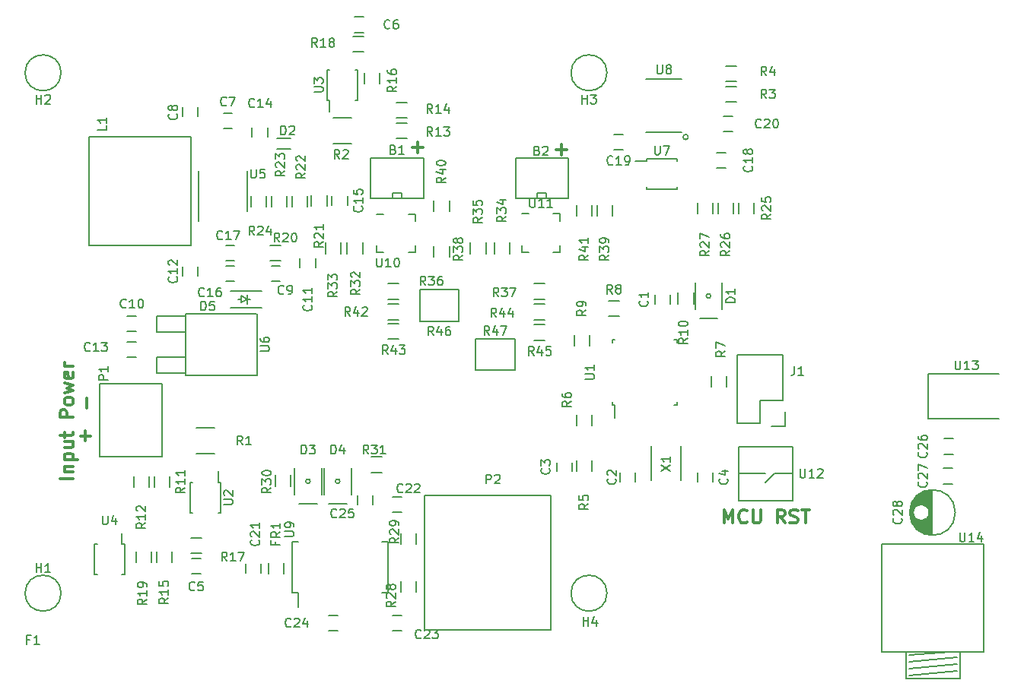
<source format=gto>
G04 #@! TF.FileFunction,Legend,Top*
%FSLAX46Y46*%
G04 Gerber Fmt 4.6, Leading zero omitted, Abs format (unit mm)*
G04 Created by KiCad (PCBNEW (2015-08-13 BZR 6091, Git 3774262)-product) date Sun 29 Nov 2015 11:34:20 PM MST*
%MOMM*%
G01*
G04 APERTURE LIST*
%ADD10C,0.100000*%
%ADD11C,0.300000*%
%ADD12C,0.150000*%
G04 APERTURE END LIST*
D10*
D11*
X224211143Y-105072571D02*
X224211143Y-103572571D01*
X224711143Y-104644000D01*
X225211143Y-103572571D01*
X225211143Y-105072571D01*
X226782572Y-104929714D02*
X226711143Y-105001143D01*
X226496857Y-105072571D01*
X226354000Y-105072571D01*
X226139715Y-105001143D01*
X225996857Y-104858286D01*
X225925429Y-104715429D01*
X225854000Y-104429714D01*
X225854000Y-104215429D01*
X225925429Y-103929714D01*
X225996857Y-103786857D01*
X226139715Y-103644000D01*
X226354000Y-103572571D01*
X226496857Y-103572571D01*
X226711143Y-103644000D01*
X226782572Y-103715429D01*
X227425429Y-103572571D02*
X227425429Y-104786857D01*
X227496857Y-104929714D01*
X227568286Y-105001143D01*
X227711143Y-105072571D01*
X227996857Y-105072571D01*
X228139715Y-105001143D01*
X228211143Y-104929714D01*
X228282572Y-104786857D01*
X228282572Y-103572571D01*
X230996858Y-105072571D02*
X230496858Y-104358286D01*
X230139715Y-105072571D02*
X230139715Y-103572571D01*
X230711143Y-103572571D01*
X230854001Y-103644000D01*
X230925429Y-103715429D01*
X230996858Y-103858286D01*
X230996858Y-104072571D01*
X230925429Y-104215429D01*
X230854001Y-104286857D01*
X230711143Y-104358286D01*
X230139715Y-104358286D01*
X231568286Y-105001143D02*
X231782572Y-105072571D01*
X232139715Y-105072571D01*
X232282572Y-105001143D01*
X232354001Y-104929714D01*
X232425429Y-104786857D01*
X232425429Y-104644000D01*
X232354001Y-104501143D01*
X232282572Y-104429714D01*
X232139715Y-104358286D01*
X231854001Y-104286857D01*
X231711143Y-104215429D01*
X231639715Y-104144000D01*
X231568286Y-104001143D01*
X231568286Y-103858286D01*
X231639715Y-103715429D01*
X231711143Y-103644000D01*
X231854001Y-103572571D01*
X232211143Y-103572571D01*
X232425429Y-103644000D01*
X232854000Y-103572571D02*
X233711143Y-103572571D01*
X233282572Y-105072571D02*
X233282572Y-103572571D01*
X153269143Y-92265428D02*
X153269143Y-91122571D01*
X152590572Y-95357143D02*
X153733429Y-95357143D01*
X153162000Y-95928571D02*
X153162000Y-94785714D01*
X205549572Y-63480143D02*
X206692429Y-63480143D01*
X206121000Y-64051571D02*
X206121000Y-62908714D01*
X189547572Y-63226143D02*
X190690429Y-63226143D01*
X190119000Y-63797571D02*
X190119000Y-62654714D01*
X151808571Y-100083143D02*
X150308571Y-100083143D01*
X150808571Y-99368857D02*
X151808571Y-99368857D01*
X150951429Y-99368857D02*
X150880000Y-99297429D01*
X150808571Y-99154571D01*
X150808571Y-98940286D01*
X150880000Y-98797429D01*
X151022857Y-98726000D01*
X151808571Y-98726000D01*
X150808571Y-98011714D02*
X152308571Y-98011714D01*
X150880000Y-98011714D02*
X150808571Y-97868857D01*
X150808571Y-97583143D01*
X150880000Y-97440286D01*
X150951429Y-97368857D01*
X151094286Y-97297428D01*
X151522857Y-97297428D01*
X151665714Y-97368857D01*
X151737143Y-97440286D01*
X151808571Y-97583143D01*
X151808571Y-97868857D01*
X151737143Y-98011714D01*
X150808571Y-96011714D02*
X151808571Y-96011714D01*
X150808571Y-96654571D02*
X151594286Y-96654571D01*
X151737143Y-96583143D01*
X151808571Y-96440285D01*
X151808571Y-96226000D01*
X151737143Y-96083143D01*
X151665714Y-96011714D01*
X150808571Y-95511714D02*
X150808571Y-94940285D01*
X150308571Y-95297428D02*
X151594286Y-95297428D01*
X151737143Y-95226000D01*
X151808571Y-95083142D01*
X151808571Y-94940285D01*
X151808571Y-93297428D02*
X150308571Y-93297428D01*
X150308571Y-92726000D01*
X150380000Y-92583142D01*
X150451429Y-92511714D01*
X150594286Y-92440285D01*
X150808571Y-92440285D01*
X150951429Y-92511714D01*
X151022857Y-92583142D01*
X151094286Y-92726000D01*
X151094286Y-93297428D01*
X151808571Y-91583142D02*
X151737143Y-91726000D01*
X151665714Y-91797428D01*
X151522857Y-91868857D01*
X151094286Y-91868857D01*
X150951429Y-91797428D01*
X150880000Y-91726000D01*
X150808571Y-91583142D01*
X150808571Y-91368857D01*
X150880000Y-91226000D01*
X150951429Y-91154571D01*
X151094286Y-91083142D01*
X151522857Y-91083142D01*
X151665714Y-91154571D01*
X151737143Y-91226000D01*
X151808571Y-91368857D01*
X151808571Y-91583142D01*
X150808571Y-90583142D02*
X151808571Y-90297428D01*
X151094286Y-90011714D01*
X151808571Y-89725999D01*
X150808571Y-89440285D01*
X151737143Y-88297428D02*
X151808571Y-88440285D01*
X151808571Y-88725999D01*
X151737143Y-88868856D01*
X151594286Y-88940285D01*
X151022857Y-88940285D01*
X150880000Y-88868856D01*
X150808571Y-88725999D01*
X150808571Y-88440285D01*
X150880000Y-88297428D01*
X151022857Y-88225999D01*
X151165714Y-88225999D01*
X151308571Y-88940285D01*
X151808571Y-87583142D02*
X150808571Y-87583142D01*
X151094286Y-87583142D02*
X150951429Y-87511714D01*
X150880000Y-87440285D01*
X150808571Y-87297428D01*
X150808571Y-87154571D01*
D12*
X170497500Y-80137000D02*
X170116500Y-80137000D01*
X171513500Y-80137000D02*
X171132500Y-80137000D01*
X171132500Y-80137000D02*
X170497500Y-80518000D01*
X170497500Y-80518000D02*
X170497500Y-79756000D01*
X170497500Y-79756000D02*
X171132500Y-80137000D01*
X171132500Y-80645000D02*
X171132500Y-79629000D01*
X172815000Y-79237000D02*
X169275000Y-79237000D01*
X172815000Y-81037000D02*
X169275000Y-81037000D01*
X216574000Y-79637000D02*
X216574000Y-80637000D01*
X218274000Y-80637000D02*
X218274000Y-79637000D01*
X200955000Y-84552000D02*
X200955000Y-88052000D01*
X196555000Y-84552000D02*
X196555000Y-88052000D01*
X200955000Y-88052000D02*
X196555000Y-88052000D01*
X200955000Y-84552000D02*
X196555000Y-84552000D01*
X157805500Y-86575000D02*
X158805500Y-86575000D01*
X158805500Y-84875000D02*
X157805500Y-84875000D01*
X173307047Y-68648689D02*
X173307047Y-69848689D01*
X171557047Y-69848689D02*
X171557047Y-68648689D01*
X200392000Y-73822000D02*
X200392000Y-75022000D01*
X198642000Y-75022000D02*
X198642000Y-73822000D01*
X214337000Y-100449000D02*
X214337000Y-99449000D01*
X212637000Y-99449000D02*
X212637000Y-100449000D01*
X205652000Y-98306000D02*
X205652000Y-99306000D01*
X207352000Y-99306000D02*
X207352000Y-98306000D01*
X222973000Y-100449000D02*
X222973000Y-99449000D01*
X221273000Y-99449000D02*
X221273000Y-100449000D01*
X165981000Y-109005000D02*
X164981000Y-109005000D01*
X164981000Y-110705000D02*
X165981000Y-110705000D01*
X183142000Y-50380000D02*
X184142000Y-50380000D01*
X184142000Y-48680000D02*
X183142000Y-48680000D01*
X169503047Y-59381689D02*
X168503047Y-59381689D01*
X168503047Y-61081689D02*
X169503047Y-61081689D01*
X163962047Y-58715689D02*
X163962047Y-59715689D01*
X165662047Y-59715689D02*
X165662047Y-58715689D01*
X173837047Y-78099689D02*
X174837047Y-78099689D01*
X174837047Y-76399689D02*
X173837047Y-76399689D01*
X178743047Y-76606689D02*
X178743047Y-75606689D01*
X177043047Y-75606689D02*
X177043047Y-76606689D01*
X165662047Y-77495689D02*
X165662047Y-76495689D01*
X163962047Y-76495689D02*
X163962047Y-77495689D01*
X171709047Y-61001689D02*
X171709047Y-62001689D01*
X173409047Y-62001689D02*
X173409047Y-61001689D01*
X182299047Y-69621689D02*
X182299047Y-68621689D01*
X180599047Y-68621689D02*
X180599047Y-69621689D01*
X169757047Y-76399689D02*
X168757047Y-76399689D01*
X168757047Y-78099689D02*
X169757047Y-78099689D01*
X169757047Y-74113689D02*
X168757047Y-74113689D01*
X168757047Y-75813689D02*
X169757047Y-75813689D01*
X224401000Y-63793000D02*
X223401000Y-63793000D01*
X223401000Y-65493000D02*
X224401000Y-65493000D01*
X187333000Y-103847000D02*
X188333000Y-103847000D01*
X188333000Y-102147000D02*
X187333000Y-102147000D01*
X187333000Y-117055000D02*
X188333000Y-117055000D01*
X188333000Y-115355000D02*
X187333000Y-115355000D01*
X181221000Y-115355000D02*
X180221000Y-115355000D01*
X180221000Y-117055000D02*
X181221000Y-117055000D01*
X230759000Y-91440000D02*
X230759000Y-86360000D01*
X231039000Y-94260000D02*
X229489000Y-94260000D01*
X228219000Y-93980000D02*
X228219000Y-91440000D01*
X228219000Y-91440000D02*
X230759000Y-91440000D01*
X230759000Y-86360000D02*
X225679000Y-86360000D01*
X225679000Y-86360000D02*
X225679000Y-91440000D01*
X231039000Y-94260000D02*
X231039000Y-92710000D01*
X225679000Y-93980000D02*
X228219000Y-93980000D01*
X225679000Y-91440000D02*
X225679000Y-93980000D01*
X167497000Y-97360000D02*
X165497000Y-97360000D01*
X165497000Y-94410000D02*
X167497000Y-94410000D01*
X224444000Y-56402000D02*
X225644000Y-56402000D01*
X225644000Y-58152000D02*
X224444000Y-58152000D01*
X224444000Y-54116000D02*
X225644000Y-54116000D01*
X225644000Y-55866000D02*
X224444000Y-55866000D01*
X209536000Y-98079000D02*
X209536000Y-99279000D01*
X207786000Y-99279000D02*
X207786000Y-98079000D01*
X209536000Y-92999000D02*
X209536000Y-94199000D01*
X207786000Y-94199000D02*
X207786000Y-92999000D01*
X222772000Y-89881000D02*
X222772000Y-88681000D01*
X224522000Y-88681000D02*
X224522000Y-89881000D01*
X212563000Y-82028000D02*
X211363000Y-82028000D01*
X211363000Y-80278000D02*
X212563000Y-80278000D01*
X209282000Y-84109000D02*
X209282000Y-85309000D01*
X207532000Y-85309000D02*
X207532000Y-84109000D01*
X220839000Y-79410000D02*
X220839000Y-80610000D01*
X219089000Y-80610000D02*
X219089000Y-79410000D01*
X160796000Y-101057000D02*
X160796000Y-99857000D01*
X162546000Y-99857000D02*
X162546000Y-101057000D01*
X160260000Y-99857000D02*
X160260000Y-101057000D01*
X158510000Y-101057000D02*
X158510000Y-99857000D01*
X188941000Y-62216000D02*
X187741000Y-62216000D01*
X187741000Y-60466000D02*
X188941000Y-60466000D01*
X187741000Y-58180000D02*
X188941000Y-58180000D01*
X188941000Y-59930000D02*
X187741000Y-59930000D01*
X161050000Y-109439000D02*
X161050000Y-108239000D01*
X162800000Y-108239000D02*
X162800000Y-109439000D01*
X184164000Y-56099000D02*
X184164000Y-54899000D01*
X185914000Y-54899000D02*
X185914000Y-56099000D01*
X166081000Y-108444000D02*
X164881000Y-108444000D01*
X164881000Y-106694000D02*
X166081000Y-106694000D01*
X182915000Y-50814000D02*
X184115000Y-50814000D01*
X184115000Y-52564000D02*
X182915000Y-52564000D01*
X160514000Y-108239000D02*
X160514000Y-109439000D01*
X158764000Y-109439000D02*
X158764000Y-108239000D01*
X173690047Y-74088689D02*
X174890047Y-74088689D01*
X174890047Y-75838689D02*
X173690047Y-75838689D01*
X173843047Y-69848689D02*
X173843047Y-68648689D01*
X175593047Y-68648689D02*
X175593047Y-69848689D01*
X227570000Y-69377000D02*
X227570000Y-70577000D01*
X225820000Y-70577000D02*
X225820000Y-69377000D01*
X223534000Y-70577000D02*
X223534000Y-69377000D01*
X225284000Y-69377000D02*
X225284000Y-70577000D01*
X221248000Y-70577000D02*
X221248000Y-69377000D01*
X222998000Y-69377000D02*
X222998000Y-70577000D01*
X189978000Y-111541000D02*
X189978000Y-112741000D01*
X188228000Y-112741000D02*
X188228000Y-111541000D01*
X188228000Y-107407000D02*
X188228000Y-106207000D01*
X189978000Y-106207000D02*
X189978000Y-107407000D01*
X176008000Y-99730000D02*
X176008000Y-100930000D01*
X174258000Y-100930000D02*
X174258000Y-99730000D01*
X184947000Y-97677000D02*
X186147000Y-97677000D01*
X186147000Y-99427000D02*
X184947000Y-99427000D01*
X184009000Y-73822000D02*
X184009000Y-75022000D01*
X182259000Y-75022000D02*
X182259000Y-73822000D01*
X179846000Y-75022000D02*
X179846000Y-73822000D01*
X181596000Y-73822000D02*
X181596000Y-75022000D01*
X195975000Y-75022000D02*
X195975000Y-73822000D01*
X197725000Y-73822000D02*
X197725000Y-75022000D01*
X186852000Y-78373000D02*
X188052000Y-78373000D01*
X188052000Y-80123000D02*
X186852000Y-80123000D01*
X191911000Y-75403000D02*
X191911000Y-74203000D01*
X193661000Y-74203000D02*
X193661000Y-75403000D01*
X193661000Y-69123000D02*
X193661000Y-70323000D01*
X191911000Y-70323000D02*
X191911000Y-69123000D01*
X188052000Y-82409000D02*
X186852000Y-82409000D01*
X186852000Y-80659000D02*
X188052000Y-80659000D01*
X216154000Y-96520000D02*
X216154000Y-100330000D01*
X219456000Y-96520000D02*
X219456000Y-100330000D01*
X150437600Y-112877600D02*
G75*
G03X150437600Y-112877600I-2000000J0D01*
G01*
X150437600Y-54889400D02*
G75*
G03X150437600Y-54889400I-2000000J0D01*
G01*
X211194400Y-54889400D02*
G75*
G03X211194400Y-54889400I-2000000J0D01*
G01*
X211194400Y-112877600D02*
G75*
G03X211194400Y-112877600I-2000000J0D01*
G01*
X154715000Y-97649000D02*
X161715000Y-97649000D01*
X161715000Y-89549000D02*
X161715000Y-97649000D01*
X161715000Y-89549000D02*
X154715000Y-89549000D01*
X154715000Y-97649000D02*
X154715000Y-89549000D01*
X188349000Y-68283000D02*
X188349000Y-68883000D01*
X187349000Y-68283000D02*
X188349000Y-68283000D01*
X187349000Y-68883000D02*
X187349000Y-68283000D01*
X184899000Y-64383000D02*
X184899000Y-68883000D01*
X190799000Y-64383000D02*
X190799000Y-68883000D01*
X184899000Y-64383000D02*
X190799000Y-64383000D01*
X184899000Y-68883000D02*
X190799000Y-68883000D01*
X204462000Y-68283000D02*
X204462000Y-68883000D01*
X203462000Y-68283000D02*
X204462000Y-68283000D01*
X203462000Y-68883000D02*
X203462000Y-68283000D01*
X201012000Y-64383000D02*
X201012000Y-68883000D01*
X206912000Y-64383000D02*
X206912000Y-68883000D01*
X201012000Y-64383000D02*
X206912000Y-64383000D01*
X201012000Y-68883000D02*
X206912000Y-68883000D01*
X173496000Y-110709000D02*
X173496000Y-109509000D01*
X175246000Y-109509000D02*
X175246000Y-110709000D01*
X190881000Y-101981000D02*
X204978000Y-101981000D01*
X204978000Y-116967000D02*
X190881000Y-116967000D01*
X190881000Y-101981000D02*
X190881000Y-116967000D01*
X204978000Y-101981000D02*
X204978000Y-116967000D01*
X182737000Y-62816000D02*
X180737000Y-62816000D01*
X180737000Y-59866000D02*
X182737000Y-59866000D01*
X180038047Y-68521689D02*
X180038047Y-69721689D01*
X178288047Y-69721689D02*
X178288047Y-68521689D01*
X177879047Y-68648689D02*
X177879047Y-69848689D01*
X176129047Y-69848689D02*
X176129047Y-68648689D01*
X203108000Y-78373000D02*
X204308000Y-78373000D01*
X204308000Y-80123000D02*
X203108000Y-80123000D01*
X211822000Y-69631000D02*
X211822000Y-70831000D01*
X210072000Y-70831000D02*
X210072000Y-69631000D01*
X209536000Y-69631000D02*
X209536000Y-70831000D01*
X207786000Y-70831000D02*
X207786000Y-69631000D01*
X203108000Y-82945000D02*
X204308000Y-82945000D01*
X204308000Y-84695000D02*
X203108000Y-84695000D01*
X157825500Y-83717500D02*
X158825500Y-83717500D01*
X158825500Y-82017500D02*
X157825500Y-82017500D01*
X211971000Y-63461000D02*
X212971000Y-63461000D01*
X212971000Y-61761000D02*
X211971000Y-61761000D01*
X225163000Y-59729000D02*
X224163000Y-59729000D01*
X224163000Y-61429000D02*
X225163000Y-61429000D01*
X172681000Y-110609000D02*
X172681000Y-109609000D01*
X170981000Y-109609000D02*
X170981000Y-110609000D01*
X183427000Y-101989000D02*
X183427000Y-102989000D01*
X185127000Y-102989000D02*
X185127000Y-101989000D01*
X222754000Y-79756000D02*
G75*
G03X222754000Y-79756000I-250000J0D01*
G01*
X221504000Y-82256000D02*
X223504000Y-82256000D01*
X224004000Y-81256000D02*
X224004000Y-78256000D01*
X221004000Y-81256000D02*
X221004000Y-78256000D01*
X176007047Y-62171689D02*
X174457047Y-62171689D01*
X176007047Y-63371689D02*
X174457047Y-63371689D01*
X178177000Y-100404000D02*
G75*
G03X178177000Y-100404000I-250000J0D01*
G01*
X176927000Y-102904000D02*
X178927000Y-102904000D01*
X179427000Y-101904000D02*
X179427000Y-98904000D01*
X176427000Y-101904000D02*
X176427000Y-98904000D01*
X181479000Y-100404000D02*
G75*
G03X181479000Y-100404000I-250000J0D01*
G01*
X180229000Y-102904000D02*
X182229000Y-102904000D01*
X182729000Y-101904000D02*
X182729000Y-98904000D01*
X179729000Y-101904000D02*
X179729000Y-98904000D01*
X164924047Y-62055689D02*
X164924047Y-74155689D01*
X153524047Y-62055689D02*
X164924047Y-62055689D01*
X153524047Y-74155689D02*
X164924047Y-74155689D01*
X153524047Y-62055689D02*
X153524047Y-74155689D01*
X186852000Y-82818000D02*
X188052000Y-82818000D01*
X188052000Y-84568000D02*
X186852000Y-84568000D01*
X204308000Y-82409000D02*
X203108000Y-82409000D01*
X203108000Y-80659000D02*
X204308000Y-80659000D01*
X190344000Y-82580000D02*
X190344000Y-79080000D01*
X194744000Y-82580000D02*
X194744000Y-79080000D01*
X190344000Y-79080000D02*
X194744000Y-79080000D01*
X190344000Y-82580000D02*
X194744000Y-82580000D01*
X211767000Y-91890000D02*
X212092000Y-91890000D01*
X211767000Y-84640000D02*
X212092000Y-84640000D01*
X219017000Y-84640000D02*
X218692000Y-84640000D01*
X219017000Y-91890000D02*
X218692000Y-91890000D01*
X211767000Y-91890000D02*
X211767000Y-91565000D01*
X219017000Y-91890000D02*
X219017000Y-91565000D01*
X219017000Y-84640000D02*
X219017000Y-84965000D01*
X211767000Y-84640000D02*
X211767000Y-84965000D01*
X212092000Y-91890000D02*
X212092000Y-93315000D01*
X168172000Y-100560000D02*
X167922000Y-100560000D01*
X168172000Y-103910000D02*
X167922000Y-103910000D01*
X164822000Y-103910000D02*
X165072000Y-103910000D01*
X164822000Y-100560000D02*
X165072000Y-100560000D01*
X168172000Y-100560000D02*
X168172000Y-103910000D01*
X164822000Y-100560000D02*
X164822000Y-103910000D01*
X167922000Y-100560000D02*
X167922000Y-99310000D01*
X180062000Y-57936000D02*
X180312000Y-57936000D01*
X180062000Y-54586000D02*
X180312000Y-54586000D01*
X183412000Y-54586000D02*
X183162000Y-54586000D01*
X183412000Y-57936000D02*
X183162000Y-57936000D01*
X180062000Y-57936000D02*
X180062000Y-54586000D01*
X183412000Y-57936000D02*
X183412000Y-54586000D01*
X180312000Y-57936000D02*
X180312000Y-59186000D01*
X157504000Y-107418000D02*
X157204000Y-107418000D01*
X157504000Y-110768000D02*
X157204000Y-110768000D01*
X154154000Y-110768000D02*
X154454000Y-110768000D01*
X154154000Y-107418000D02*
X154454000Y-107418000D01*
X157504000Y-107418000D02*
X157504000Y-110768000D01*
X154154000Y-107418000D02*
X154154000Y-110768000D01*
X157204000Y-107418000D02*
X157204000Y-106193000D01*
X171153547Y-70328689D02*
X171153547Y-65828689D01*
X165703547Y-71453689D02*
X165703547Y-65828689D01*
X164274500Y-86550500D02*
X161099500Y-86550500D01*
X161099500Y-86550500D02*
X161099500Y-88328500D01*
X161099500Y-88328500D02*
X164274500Y-88328500D01*
X164274500Y-81978500D02*
X161099500Y-81978500D01*
X161099500Y-81978500D02*
X161099500Y-83756500D01*
X161099500Y-83756500D02*
X164274500Y-83756500D01*
X170370500Y-88582500D02*
X164274500Y-88582500D01*
X164274500Y-88582500D02*
X164274500Y-81724500D01*
X164274500Y-81724500D02*
X172148500Y-81724500D01*
X172275500Y-81724500D02*
X172275500Y-88582500D01*
X172148500Y-88582500D02*
X170370500Y-88582500D01*
X215622000Y-64492000D02*
X215622000Y-64742000D01*
X218972000Y-64492000D02*
X218972000Y-64742000D01*
X218972000Y-67842000D02*
X218972000Y-67592000D01*
X215622000Y-67842000D02*
X215622000Y-67592000D01*
X215622000Y-64492000D02*
X218972000Y-64492000D01*
X215622000Y-67842000D02*
X218972000Y-67842000D01*
X215622000Y-64742000D02*
X214372000Y-64742000D01*
X220233843Y-62047000D02*
G75*
G03X220233843Y-62047000I-282843J0D01*
G01*
X219551000Y-55547000D02*
X215551000Y-55547000D01*
X219551000Y-61547000D02*
X215551000Y-61547000D01*
X176158000Y-112857000D02*
X176808000Y-112857000D01*
X176158000Y-107107000D02*
X176808000Y-107107000D01*
X186808000Y-107107000D02*
X186158000Y-107107000D01*
X186808000Y-112857000D02*
X186158000Y-112857000D01*
X176158000Y-112857000D02*
X176158000Y-107107000D01*
X186808000Y-112857000D02*
X186808000Y-107107000D01*
X176808000Y-112857000D02*
X176808000Y-114457000D01*
X189866000Y-70631000D02*
X189866000Y-71406000D01*
X185566000Y-74931000D02*
X185566000Y-74156000D01*
X189866000Y-74931000D02*
X189866000Y-74156000D01*
X185566000Y-70631000D02*
X186341000Y-70631000D01*
X185566000Y-74931000D02*
X186341000Y-74931000D01*
X189866000Y-74931000D02*
X189091000Y-74931000D01*
X189866000Y-70631000D02*
X189091000Y-70631000D01*
X205995000Y-70611000D02*
X205995000Y-71386000D01*
X201695000Y-74911000D02*
X201695000Y-74136000D01*
X205995000Y-74911000D02*
X205995000Y-74136000D01*
X201695000Y-70611000D02*
X202470000Y-70611000D01*
X201695000Y-74911000D02*
X202470000Y-74911000D01*
X205995000Y-74911000D02*
X205220000Y-74911000D01*
X205995000Y-70611000D02*
X205220000Y-70611000D01*
X228854000Y-99568000D02*
X225854000Y-99568000D01*
X229854000Y-99568000D02*
X228854000Y-100568000D01*
X231854000Y-99568000D02*
X229854000Y-99568000D01*
X231851200Y-102565200D02*
X231851200Y-96570800D01*
X231851200Y-96570800D02*
X225856800Y-96570800D01*
X225856800Y-102565200D02*
X225856800Y-96570800D01*
X231851200Y-102565200D02*
X225856800Y-102565200D01*
X248758000Y-97370000D02*
X249758000Y-97370000D01*
X249758000Y-95670000D02*
X248758000Y-95670000D01*
X248674000Y-100672000D02*
X249674000Y-100672000D01*
X249674000Y-98972000D02*
X248674000Y-98972000D01*
X244791000Y-119793000D02*
X249363000Y-119412000D01*
X244791000Y-120555000D02*
X250125000Y-120047000D01*
X244791000Y-121317000D02*
X250125000Y-120809000D01*
X250125000Y-121571000D02*
X244791000Y-122079000D01*
X244458000Y-122412000D02*
X250458000Y-122412000D01*
X250458000Y-119412000D02*
X250458000Y-122412000D01*
X244458000Y-119412000D02*
X244458000Y-122412000D01*
X241808000Y-119412000D02*
X253108000Y-119412000D01*
X253108000Y-107412000D02*
X253108000Y-119412000D01*
X241808000Y-107412000D02*
X253108000Y-107412000D01*
X241808000Y-119412000D02*
X241808000Y-107412000D01*
X247341000Y-106385000D02*
X247341000Y-101387000D01*
X247201000Y-106377000D02*
X247201000Y-101395000D01*
X247061000Y-106361000D02*
X247061000Y-103981000D01*
X247061000Y-103791000D02*
X247061000Y-101411000D01*
X246921000Y-106337000D02*
X246921000Y-104376000D01*
X246921000Y-103396000D02*
X246921000Y-101435000D01*
X246781000Y-106304000D02*
X246781000Y-104543000D01*
X246781000Y-103229000D02*
X246781000Y-101468000D01*
X246641000Y-106263000D02*
X246641000Y-104650000D01*
X246641000Y-103122000D02*
X246641000Y-101509000D01*
X246501000Y-106213000D02*
X246501000Y-104721000D01*
X246501000Y-103051000D02*
X246501000Y-101559000D01*
X246361000Y-106152000D02*
X246361000Y-104765000D01*
X246361000Y-103007000D02*
X246361000Y-101620000D01*
X246221000Y-106082000D02*
X246221000Y-104784000D01*
X246221000Y-102988000D02*
X246221000Y-101690000D01*
X246081000Y-106000000D02*
X246081000Y-104782000D01*
X246081000Y-102990000D02*
X246081000Y-101772000D01*
X245941000Y-105905000D02*
X245941000Y-104757000D01*
X245941000Y-103015000D02*
X245941000Y-101867000D01*
X245801000Y-105794000D02*
X245801000Y-104709000D01*
X245801000Y-103063000D02*
X245801000Y-101978000D01*
X245661000Y-105666000D02*
X245661000Y-104631000D01*
X245661000Y-103141000D02*
X245661000Y-102106000D01*
X245521000Y-105517000D02*
X245521000Y-104514000D01*
X245521000Y-103258000D02*
X245521000Y-102255000D01*
X245381000Y-105338000D02*
X245381000Y-104326000D01*
X245381000Y-103446000D02*
X245381000Y-102434000D01*
X245241000Y-105119000D02*
X245241000Y-102653000D01*
X245101000Y-104830000D02*
X245101000Y-102942000D01*
X244961000Y-104358000D02*
X244961000Y-103414000D01*
X247066000Y-103886000D02*
G75*
G03X247066000Y-103886000I-900000J0D01*
G01*
X249953500Y-103886000D02*
G75*
G03X249953500Y-103886000I-2537500J0D01*
G01*
X246956000Y-93432000D02*
X246956000Y-88432000D01*
X254856000Y-93432000D02*
X246956000Y-93432000D01*
X254856000Y-88432000D02*
X246956000Y-88432000D01*
X166012905Y-81351381D02*
X166012905Y-80351381D01*
X166251000Y-80351381D01*
X166393858Y-80399000D01*
X166489096Y-80494238D01*
X166536715Y-80589476D01*
X166584334Y-80779952D01*
X166584334Y-80922810D01*
X166536715Y-81113286D01*
X166489096Y-81208524D01*
X166393858Y-81303762D01*
X166251000Y-81351381D01*
X166012905Y-81351381D01*
X167489096Y-80351381D02*
X167012905Y-80351381D01*
X166965286Y-80827571D01*
X167012905Y-80779952D01*
X167108143Y-80732333D01*
X167346239Y-80732333D01*
X167441477Y-80779952D01*
X167489096Y-80827571D01*
X167536715Y-80922810D01*
X167536715Y-81160905D01*
X167489096Y-81256143D01*
X167441477Y-81303762D01*
X167346239Y-81351381D01*
X167108143Y-81351381D01*
X167012905Y-81303762D01*
X166965286Y-81256143D01*
X215681143Y-80303666D02*
X215728762Y-80351285D01*
X215776381Y-80494142D01*
X215776381Y-80589380D01*
X215728762Y-80732238D01*
X215633524Y-80827476D01*
X215538286Y-80875095D01*
X215347810Y-80922714D01*
X215204952Y-80922714D01*
X215014476Y-80875095D01*
X214919238Y-80827476D01*
X214824000Y-80732238D01*
X214776381Y-80589380D01*
X214776381Y-80494142D01*
X214824000Y-80351285D01*
X214871619Y-80303666D01*
X215776381Y-79351285D02*
X215776381Y-79922714D01*
X215776381Y-79637000D02*
X214776381Y-79637000D01*
X214919238Y-79732238D01*
X215014476Y-79827476D01*
X215062095Y-79922714D01*
X198112143Y-84104381D02*
X197778809Y-83628190D01*
X197540714Y-84104381D02*
X197540714Y-83104381D01*
X197921667Y-83104381D01*
X198016905Y-83152000D01*
X198064524Y-83199619D01*
X198112143Y-83294857D01*
X198112143Y-83437714D01*
X198064524Y-83532952D01*
X198016905Y-83580571D01*
X197921667Y-83628190D01*
X197540714Y-83628190D01*
X198969286Y-83437714D02*
X198969286Y-84104381D01*
X198731190Y-83056762D02*
X198493095Y-83771048D01*
X199112143Y-83771048D01*
X199397857Y-83104381D02*
X200064524Y-83104381D01*
X199635952Y-84104381D01*
X153662143Y-85828143D02*
X153614524Y-85875762D01*
X153471667Y-85923381D01*
X153376429Y-85923381D01*
X153233571Y-85875762D01*
X153138333Y-85780524D01*
X153090714Y-85685286D01*
X153043095Y-85494810D01*
X153043095Y-85351952D01*
X153090714Y-85161476D01*
X153138333Y-85066238D01*
X153233571Y-84971000D01*
X153376429Y-84923381D01*
X153471667Y-84923381D01*
X153614524Y-84971000D01*
X153662143Y-85018619D01*
X154614524Y-85923381D02*
X154043095Y-85923381D01*
X154328809Y-85923381D02*
X154328809Y-84923381D01*
X154233571Y-85066238D01*
X154138333Y-85161476D01*
X154043095Y-85209095D01*
X154947857Y-84923381D02*
X155566905Y-84923381D01*
X155233571Y-85304333D01*
X155376429Y-85304333D01*
X155471667Y-85351952D01*
X155519286Y-85399571D01*
X155566905Y-85494810D01*
X155566905Y-85732905D01*
X155519286Y-85828143D01*
X155471667Y-85875762D01*
X155376429Y-85923381D01*
X155090714Y-85923381D01*
X154995476Y-85875762D01*
X154947857Y-85828143D01*
X171950143Y-72969381D02*
X171616809Y-72493190D01*
X171378714Y-72969381D02*
X171378714Y-71969381D01*
X171759667Y-71969381D01*
X171854905Y-72017000D01*
X171902524Y-72064619D01*
X171950143Y-72159857D01*
X171950143Y-72302714D01*
X171902524Y-72397952D01*
X171854905Y-72445571D01*
X171759667Y-72493190D01*
X171378714Y-72493190D01*
X172331095Y-72064619D02*
X172378714Y-72017000D01*
X172473952Y-71969381D01*
X172712048Y-71969381D01*
X172807286Y-72017000D01*
X172854905Y-72064619D01*
X172902524Y-72159857D01*
X172902524Y-72255095D01*
X172854905Y-72397952D01*
X172283476Y-72969381D01*
X172902524Y-72969381D01*
X173759667Y-72302714D02*
X173759667Y-72969381D01*
X173521571Y-71921762D02*
X173283476Y-72636048D01*
X173902524Y-72636048D01*
X199969381Y-70873857D02*
X199493190Y-71207191D01*
X199969381Y-71445286D02*
X198969381Y-71445286D01*
X198969381Y-71064333D01*
X199017000Y-70969095D01*
X199064619Y-70921476D01*
X199159857Y-70873857D01*
X199302714Y-70873857D01*
X199397952Y-70921476D01*
X199445571Y-70969095D01*
X199493190Y-71064333D01*
X199493190Y-71445286D01*
X198969381Y-70540524D02*
X198969381Y-69921476D01*
X199350333Y-70254810D01*
X199350333Y-70111952D01*
X199397952Y-70016714D01*
X199445571Y-69969095D01*
X199540810Y-69921476D01*
X199778905Y-69921476D01*
X199874143Y-69969095D01*
X199921762Y-70016714D01*
X199969381Y-70111952D01*
X199969381Y-70397667D01*
X199921762Y-70492905D01*
X199874143Y-70540524D01*
X199302714Y-69064333D02*
X199969381Y-69064333D01*
X198921762Y-69302429D02*
X199636048Y-69540524D01*
X199636048Y-68921476D01*
X212129643Y-100115666D02*
X212177262Y-100163285D01*
X212224881Y-100306142D01*
X212224881Y-100401380D01*
X212177262Y-100544238D01*
X212082024Y-100639476D01*
X211986786Y-100687095D01*
X211796310Y-100734714D01*
X211653452Y-100734714D01*
X211462976Y-100687095D01*
X211367738Y-100639476D01*
X211272500Y-100544238D01*
X211224881Y-100401380D01*
X211224881Y-100306142D01*
X211272500Y-100163285D01*
X211320119Y-100115666D01*
X211320119Y-99734714D02*
X211272500Y-99687095D01*
X211224881Y-99591857D01*
X211224881Y-99353761D01*
X211272500Y-99258523D01*
X211320119Y-99210904D01*
X211415357Y-99163285D01*
X211510595Y-99163285D01*
X211653452Y-99210904D01*
X212224881Y-99782333D01*
X212224881Y-99163285D01*
X204759143Y-98972666D02*
X204806762Y-99020285D01*
X204854381Y-99163142D01*
X204854381Y-99258380D01*
X204806762Y-99401238D01*
X204711524Y-99496476D01*
X204616286Y-99544095D01*
X204425810Y-99591714D01*
X204282952Y-99591714D01*
X204092476Y-99544095D01*
X203997238Y-99496476D01*
X203902000Y-99401238D01*
X203854381Y-99258380D01*
X203854381Y-99163142D01*
X203902000Y-99020285D01*
X203949619Y-98972666D01*
X203854381Y-98639333D02*
X203854381Y-98020285D01*
X204235333Y-98353619D01*
X204235333Y-98210761D01*
X204282952Y-98115523D01*
X204330571Y-98067904D01*
X204425810Y-98020285D01*
X204663905Y-98020285D01*
X204759143Y-98067904D01*
X204806762Y-98115523D01*
X204854381Y-98210761D01*
X204854381Y-98496476D01*
X204806762Y-98591714D01*
X204759143Y-98639333D01*
X224580143Y-100115666D02*
X224627762Y-100163285D01*
X224675381Y-100306142D01*
X224675381Y-100401380D01*
X224627762Y-100544238D01*
X224532524Y-100639476D01*
X224437286Y-100687095D01*
X224246810Y-100734714D01*
X224103952Y-100734714D01*
X223913476Y-100687095D01*
X223818238Y-100639476D01*
X223723000Y-100544238D01*
X223675381Y-100401380D01*
X223675381Y-100306142D01*
X223723000Y-100163285D01*
X223770619Y-100115666D01*
X224008714Y-99258523D02*
X224675381Y-99258523D01*
X223627762Y-99496619D02*
X224342048Y-99734714D01*
X224342048Y-99115666D01*
X165314334Y-112498143D02*
X165266715Y-112545762D01*
X165123858Y-112593381D01*
X165028620Y-112593381D01*
X164885762Y-112545762D01*
X164790524Y-112450524D01*
X164742905Y-112355286D01*
X164695286Y-112164810D01*
X164695286Y-112021952D01*
X164742905Y-111831476D01*
X164790524Y-111736238D01*
X164885762Y-111641000D01*
X165028620Y-111593381D01*
X165123858Y-111593381D01*
X165266715Y-111641000D01*
X165314334Y-111688619D01*
X166219096Y-111593381D02*
X165742905Y-111593381D01*
X165695286Y-112069571D01*
X165742905Y-112021952D01*
X165838143Y-111974333D01*
X166076239Y-111974333D01*
X166171477Y-112021952D01*
X166219096Y-112069571D01*
X166266715Y-112164810D01*
X166266715Y-112402905D01*
X166219096Y-112498143D01*
X166171477Y-112545762D01*
X166076239Y-112593381D01*
X165838143Y-112593381D01*
X165742905Y-112545762D01*
X165695286Y-112498143D01*
X187031334Y-49887143D02*
X186983715Y-49934762D01*
X186840858Y-49982381D01*
X186745620Y-49982381D01*
X186602762Y-49934762D01*
X186507524Y-49839524D01*
X186459905Y-49744286D01*
X186412286Y-49553810D01*
X186412286Y-49410952D01*
X186459905Y-49220476D01*
X186507524Y-49125238D01*
X186602762Y-49030000D01*
X186745620Y-48982381D01*
X186840858Y-48982381D01*
X186983715Y-49030000D01*
X187031334Y-49077619D01*
X187888477Y-48982381D02*
X187698000Y-48982381D01*
X187602762Y-49030000D01*
X187555143Y-49077619D01*
X187459905Y-49220476D01*
X187412286Y-49410952D01*
X187412286Y-49791905D01*
X187459905Y-49887143D01*
X187507524Y-49934762D01*
X187602762Y-49982381D01*
X187793239Y-49982381D01*
X187888477Y-49934762D01*
X187936096Y-49887143D01*
X187983715Y-49791905D01*
X187983715Y-49553810D01*
X187936096Y-49458571D01*
X187888477Y-49410952D01*
X187793239Y-49363333D01*
X187602762Y-49363333D01*
X187507524Y-49410952D01*
X187459905Y-49458571D01*
X187412286Y-49553810D01*
X168836381Y-58488832D02*
X168788762Y-58536451D01*
X168645905Y-58584070D01*
X168550667Y-58584070D01*
X168407809Y-58536451D01*
X168312571Y-58441213D01*
X168264952Y-58345975D01*
X168217333Y-58155499D01*
X168217333Y-58012641D01*
X168264952Y-57822165D01*
X168312571Y-57726927D01*
X168407809Y-57631689D01*
X168550667Y-57584070D01*
X168645905Y-57584070D01*
X168788762Y-57631689D01*
X168836381Y-57679308D01*
X169169714Y-57584070D02*
X169836381Y-57584070D01*
X169407809Y-58584070D01*
X163298143Y-59475666D02*
X163345762Y-59523285D01*
X163393381Y-59666142D01*
X163393381Y-59761380D01*
X163345762Y-59904238D01*
X163250524Y-59999476D01*
X163155286Y-60047095D01*
X162964810Y-60094714D01*
X162821952Y-60094714D01*
X162631476Y-60047095D01*
X162536238Y-59999476D01*
X162441000Y-59904238D01*
X162393381Y-59761380D01*
X162393381Y-59666142D01*
X162441000Y-59523285D01*
X162488619Y-59475666D01*
X162821952Y-58904238D02*
X162774333Y-58999476D01*
X162726714Y-59047095D01*
X162631476Y-59094714D01*
X162583857Y-59094714D01*
X162488619Y-59047095D01*
X162441000Y-58999476D01*
X162393381Y-58904238D01*
X162393381Y-58713761D01*
X162441000Y-58618523D01*
X162488619Y-58570904D01*
X162583857Y-58523285D01*
X162631476Y-58523285D01*
X162726714Y-58570904D01*
X162774333Y-58618523D01*
X162821952Y-58713761D01*
X162821952Y-58904238D01*
X162869571Y-58999476D01*
X162917190Y-59047095D01*
X163012429Y-59094714D01*
X163202905Y-59094714D01*
X163298143Y-59047095D01*
X163345762Y-58999476D01*
X163393381Y-58904238D01*
X163393381Y-58713761D01*
X163345762Y-58618523D01*
X163298143Y-58570904D01*
X163202905Y-58523285D01*
X163012429Y-58523285D01*
X162917190Y-58570904D01*
X162869571Y-58618523D01*
X162821952Y-58713761D01*
X175220334Y-79478143D02*
X175172715Y-79525762D01*
X175029858Y-79573381D01*
X174934620Y-79573381D01*
X174791762Y-79525762D01*
X174696524Y-79430524D01*
X174648905Y-79335286D01*
X174601286Y-79144810D01*
X174601286Y-79001952D01*
X174648905Y-78811476D01*
X174696524Y-78716238D01*
X174791762Y-78621000D01*
X174934620Y-78573381D01*
X175029858Y-78573381D01*
X175172715Y-78621000D01*
X175220334Y-78668619D01*
X175696524Y-79573381D02*
X175887000Y-79573381D01*
X175982239Y-79525762D01*
X176029858Y-79478143D01*
X176125096Y-79335286D01*
X176172715Y-79144810D01*
X176172715Y-78763857D01*
X176125096Y-78668619D01*
X176077477Y-78621000D01*
X175982239Y-78573381D01*
X175791762Y-78573381D01*
X175696524Y-78621000D01*
X175648905Y-78668619D01*
X175601286Y-78763857D01*
X175601286Y-79001952D01*
X175648905Y-79097190D01*
X175696524Y-79144810D01*
X175791762Y-79192429D01*
X175982239Y-79192429D01*
X176077477Y-79144810D01*
X176125096Y-79097190D01*
X176172715Y-79001952D01*
X178284143Y-80779857D02*
X178331762Y-80827476D01*
X178379381Y-80970333D01*
X178379381Y-81065571D01*
X178331762Y-81208429D01*
X178236524Y-81303667D01*
X178141286Y-81351286D01*
X177950810Y-81398905D01*
X177807952Y-81398905D01*
X177617476Y-81351286D01*
X177522238Y-81303667D01*
X177427000Y-81208429D01*
X177379381Y-81065571D01*
X177379381Y-80970333D01*
X177427000Y-80827476D01*
X177474619Y-80779857D01*
X178379381Y-79827476D02*
X178379381Y-80398905D01*
X178379381Y-80113191D02*
X177379381Y-80113191D01*
X177522238Y-80208429D01*
X177617476Y-80303667D01*
X177665095Y-80398905D01*
X178379381Y-78875095D02*
X178379381Y-79446524D01*
X178379381Y-79160810D02*
X177379381Y-79160810D01*
X177522238Y-79256048D01*
X177617476Y-79351286D01*
X177665095Y-79446524D01*
X163298143Y-77638546D02*
X163345762Y-77686165D01*
X163393381Y-77829022D01*
X163393381Y-77924260D01*
X163345762Y-78067118D01*
X163250524Y-78162356D01*
X163155286Y-78209975D01*
X162964810Y-78257594D01*
X162821952Y-78257594D01*
X162631476Y-78209975D01*
X162536238Y-78162356D01*
X162441000Y-78067118D01*
X162393381Y-77924260D01*
X162393381Y-77829022D01*
X162441000Y-77686165D01*
X162488619Y-77638546D01*
X163393381Y-76686165D02*
X163393381Y-77257594D01*
X163393381Y-76971880D02*
X162393381Y-76971880D01*
X162536238Y-77067118D01*
X162631476Y-77162356D01*
X162679095Y-77257594D01*
X162488619Y-76305213D02*
X162441000Y-76257594D01*
X162393381Y-76162356D01*
X162393381Y-75924260D01*
X162441000Y-75829022D01*
X162488619Y-75781403D01*
X162583857Y-75733784D01*
X162679095Y-75733784D01*
X162821952Y-75781403D01*
X163393381Y-76352832D01*
X163393381Y-75733784D01*
X171950143Y-58650143D02*
X171902524Y-58697762D01*
X171759667Y-58745381D01*
X171664429Y-58745381D01*
X171521571Y-58697762D01*
X171426333Y-58602524D01*
X171378714Y-58507286D01*
X171331095Y-58316810D01*
X171331095Y-58173952D01*
X171378714Y-57983476D01*
X171426333Y-57888238D01*
X171521571Y-57793000D01*
X171664429Y-57745381D01*
X171759667Y-57745381D01*
X171902524Y-57793000D01*
X171950143Y-57840619D01*
X172902524Y-58745381D02*
X172331095Y-58745381D01*
X172616809Y-58745381D02*
X172616809Y-57745381D01*
X172521571Y-57888238D01*
X172426333Y-57983476D01*
X172331095Y-58031095D01*
X173759667Y-58078714D02*
X173759667Y-58745381D01*
X173521571Y-57697762D02*
X173283476Y-58412048D01*
X173902524Y-58412048D01*
X183906190Y-69764546D02*
X183953809Y-69812165D01*
X184001428Y-69955022D01*
X184001428Y-70050260D01*
X183953809Y-70193118D01*
X183858571Y-70288356D01*
X183763333Y-70335975D01*
X183572857Y-70383594D01*
X183429999Y-70383594D01*
X183239523Y-70335975D01*
X183144285Y-70288356D01*
X183049047Y-70193118D01*
X183001428Y-70050260D01*
X183001428Y-69955022D01*
X183049047Y-69812165D01*
X183096666Y-69764546D01*
X184001428Y-68812165D02*
X184001428Y-69383594D01*
X184001428Y-69097880D02*
X183001428Y-69097880D01*
X183144285Y-69193118D01*
X183239523Y-69288356D01*
X183287142Y-69383594D01*
X183001428Y-67907403D02*
X183001428Y-68383594D01*
X183477618Y-68431213D01*
X183429999Y-68383594D01*
X183382380Y-68288356D01*
X183382380Y-68050260D01*
X183429999Y-67955022D01*
X183477618Y-67907403D01*
X183572857Y-67859784D01*
X183810952Y-67859784D01*
X183906190Y-67907403D01*
X183953809Y-67955022D01*
X184001428Y-68050260D01*
X184001428Y-68288356D01*
X183953809Y-68383594D01*
X183906190Y-68431213D01*
X166362143Y-79732143D02*
X166314524Y-79779762D01*
X166171667Y-79827381D01*
X166076429Y-79827381D01*
X165933571Y-79779762D01*
X165838333Y-79684524D01*
X165790714Y-79589286D01*
X165743095Y-79398810D01*
X165743095Y-79255952D01*
X165790714Y-79065476D01*
X165838333Y-78970238D01*
X165933571Y-78875000D01*
X166076429Y-78827381D01*
X166171667Y-78827381D01*
X166314524Y-78875000D01*
X166362143Y-78922619D01*
X167314524Y-79827381D02*
X166743095Y-79827381D01*
X167028809Y-79827381D02*
X167028809Y-78827381D01*
X166933571Y-78970238D01*
X166838333Y-79065476D01*
X166743095Y-79113095D01*
X168171667Y-78827381D02*
X167981190Y-78827381D01*
X167885952Y-78875000D01*
X167838333Y-78922619D01*
X167743095Y-79065476D01*
X167695476Y-79255952D01*
X167695476Y-79636905D01*
X167743095Y-79732143D01*
X167790714Y-79779762D01*
X167885952Y-79827381D01*
X168076429Y-79827381D01*
X168171667Y-79779762D01*
X168219286Y-79732143D01*
X168266905Y-79636905D01*
X168266905Y-79398810D01*
X168219286Y-79303571D01*
X168171667Y-79255952D01*
X168076429Y-79208333D01*
X167885952Y-79208333D01*
X167790714Y-79255952D01*
X167743095Y-79303571D01*
X167695476Y-79398810D01*
X168394143Y-73382143D02*
X168346524Y-73429762D01*
X168203667Y-73477381D01*
X168108429Y-73477381D01*
X167965571Y-73429762D01*
X167870333Y-73334524D01*
X167822714Y-73239286D01*
X167775095Y-73048810D01*
X167775095Y-72905952D01*
X167822714Y-72715476D01*
X167870333Y-72620238D01*
X167965571Y-72525000D01*
X168108429Y-72477381D01*
X168203667Y-72477381D01*
X168346524Y-72525000D01*
X168394143Y-72572619D01*
X169346524Y-73477381D02*
X168775095Y-73477381D01*
X169060809Y-73477381D02*
X169060809Y-72477381D01*
X168965571Y-72620238D01*
X168870333Y-72715476D01*
X168775095Y-72763095D01*
X169679857Y-72477381D02*
X170346524Y-72477381D01*
X169917952Y-73477381D01*
X227306143Y-65285857D02*
X227353762Y-65333476D01*
X227401381Y-65476333D01*
X227401381Y-65571571D01*
X227353762Y-65714429D01*
X227258524Y-65809667D01*
X227163286Y-65857286D01*
X226972810Y-65904905D01*
X226829952Y-65904905D01*
X226639476Y-65857286D01*
X226544238Y-65809667D01*
X226449000Y-65714429D01*
X226401381Y-65571571D01*
X226401381Y-65476333D01*
X226449000Y-65333476D01*
X226496619Y-65285857D01*
X227401381Y-64333476D02*
X227401381Y-64904905D01*
X227401381Y-64619191D02*
X226401381Y-64619191D01*
X226544238Y-64714429D01*
X226639476Y-64809667D01*
X226687095Y-64904905D01*
X226829952Y-63762048D02*
X226782333Y-63857286D01*
X226734714Y-63904905D01*
X226639476Y-63952524D01*
X226591857Y-63952524D01*
X226496619Y-63904905D01*
X226449000Y-63857286D01*
X226401381Y-63762048D01*
X226401381Y-63571571D01*
X226449000Y-63476333D01*
X226496619Y-63428714D01*
X226591857Y-63381095D01*
X226639476Y-63381095D01*
X226734714Y-63428714D01*
X226782333Y-63476333D01*
X226829952Y-63571571D01*
X226829952Y-63762048D01*
X226877571Y-63857286D01*
X226925190Y-63904905D01*
X227020429Y-63952524D01*
X227210905Y-63952524D01*
X227306143Y-63904905D01*
X227353762Y-63857286D01*
X227401381Y-63762048D01*
X227401381Y-63571571D01*
X227353762Y-63476333D01*
X227306143Y-63428714D01*
X227210905Y-63381095D01*
X227020429Y-63381095D01*
X226925190Y-63428714D01*
X226877571Y-63476333D01*
X226829952Y-63571571D01*
X188460143Y-101576143D02*
X188412524Y-101623762D01*
X188269667Y-101671381D01*
X188174429Y-101671381D01*
X188031571Y-101623762D01*
X187936333Y-101528524D01*
X187888714Y-101433286D01*
X187841095Y-101242810D01*
X187841095Y-101099952D01*
X187888714Y-100909476D01*
X187936333Y-100814238D01*
X188031571Y-100719000D01*
X188174429Y-100671381D01*
X188269667Y-100671381D01*
X188412524Y-100719000D01*
X188460143Y-100766619D01*
X188841095Y-100766619D02*
X188888714Y-100719000D01*
X188983952Y-100671381D01*
X189222048Y-100671381D01*
X189317286Y-100719000D01*
X189364905Y-100766619D01*
X189412524Y-100861857D01*
X189412524Y-100957095D01*
X189364905Y-101099952D01*
X188793476Y-101671381D01*
X189412524Y-101671381D01*
X189793476Y-100766619D02*
X189841095Y-100719000D01*
X189936333Y-100671381D01*
X190174429Y-100671381D01*
X190269667Y-100719000D01*
X190317286Y-100766619D01*
X190364905Y-100861857D01*
X190364905Y-100957095D01*
X190317286Y-101099952D01*
X189745857Y-101671381D01*
X190364905Y-101671381D01*
X190492143Y-117832143D02*
X190444524Y-117879762D01*
X190301667Y-117927381D01*
X190206429Y-117927381D01*
X190063571Y-117879762D01*
X189968333Y-117784524D01*
X189920714Y-117689286D01*
X189873095Y-117498810D01*
X189873095Y-117355952D01*
X189920714Y-117165476D01*
X189968333Y-117070238D01*
X190063571Y-116975000D01*
X190206429Y-116927381D01*
X190301667Y-116927381D01*
X190444524Y-116975000D01*
X190492143Y-117022619D01*
X190873095Y-117022619D02*
X190920714Y-116975000D01*
X191015952Y-116927381D01*
X191254048Y-116927381D01*
X191349286Y-116975000D01*
X191396905Y-117022619D01*
X191444524Y-117117857D01*
X191444524Y-117213095D01*
X191396905Y-117355952D01*
X190825476Y-117927381D01*
X191444524Y-117927381D01*
X191777857Y-116927381D02*
X192396905Y-116927381D01*
X192063571Y-117308333D01*
X192206429Y-117308333D01*
X192301667Y-117355952D01*
X192349286Y-117403571D01*
X192396905Y-117498810D01*
X192396905Y-117736905D01*
X192349286Y-117832143D01*
X192301667Y-117879762D01*
X192206429Y-117927381D01*
X191920714Y-117927381D01*
X191825476Y-117879762D01*
X191777857Y-117832143D01*
X176014143Y-116562143D02*
X175966524Y-116609762D01*
X175823667Y-116657381D01*
X175728429Y-116657381D01*
X175585571Y-116609762D01*
X175490333Y-116514524D01*
X175442714Y-116419286D01*
X175395095Y-116228810D01*
X175395095Y-116085952D01*
X175442714Y-115895476D01*
X175490333Y-115800238D01*
X175585571Y-115705000D01*
X175728429Y-115657381D01*
X175823667Y-115657381D01*
X175966524Y-115705000D01*
X176014143Y-115752619D01*
X176395095Y-115752619D02*
X176442714Y-115705000D01*
X176537952Y-115657381D01*
X176776048Y-115657381D01*
X176871286Y-115705000D01*
X176918905Y-115752619D01*
X176966524Y-115847857D01*
X176966524Y-115943095D01*
X176918905Y-116085952D01*
X176347476Y-116657381D01*
X176966524Y-116657381D01*
X177823667Y-115990714D02*
X177823667Y-116657381D01*
X177585571Y-115609762D02*
X177347476Y-116324048D01*
X177966524Y-116324048D01*
X232076667Y-87590381D02*
X232076667Y-88304667D01*
X232029047Y-88447524D01*
X231933809Y-88542762D01*
X231790952Y-88590381D01*
X231695714Y-88590381D01*
X233076667Y-88590381D02*
X232505238Y-88590381D01*
X232790952Y-88590381D02*
X232790952Y-87590381D01*
X232695714Y-87733238D01*
X232600476Y-87828476D01*
X232505238Y-87876095D01*
X170648334Y-96337381D02*
X170315000Y-95861190D01*
X170076905Y-96337381D02*
X170076905Y-95337381D01*
X170457858Y-95337381D01*
X170553096Y-95385000D01*
X170600715Y-95432619D01*
X170648334Y-95527857D01*
X170648334Y-95670714D01*
X170600715Y-95765952D01*
X170553096Y-95813571D01*
X170457858Y-95861190D01*
X170076905Y-95861190D01*
X171600715Y-96337381D02*
X171029286Y-96337381D01*
X171315000Y-96337381D02*
X171315000Y-95337381D01*
X171219762Y-95480238D01*
X171124524Y-95575476D01*
X171029286Y-95623095D01*
X228941334Y-57729381D02*
X228608000Y-57253190D01*
X228369905Y-57729381D02*
X228369905Y-56729381D01*
X228750858Y-56729381D01*
X228846096Y-56777000D01*
X228893715Y-56824619D01*
X228941334Y-56919857D01*
X228941334Y-57062714D01*
X228893715Y-57157952D01*
X228846096Y-57205571D01*
X228750858Y-57253190D01*
X228369905Y-57253190D01*
X229274667Y-56729381D02*
X229893715Y-56729381D01*
X229560381Y-57110333D01*
X229703239Y-57110333D01*
X229798477Y-57157952D01*
X229846096Y-57205571D01*
X229893715Y-57300810D01*
X229893715Y-57538905D01*
X229846096Y-57634143D01*
X229798477Y-57681762D01*
X229703239Y-57729381D01*
X229417524Y-57729381D01*
X229322286Y-57681762D01*
X229274667Y-57634143D01*
X228941334Y-55189381D02*
X228608000Y-54713190D01*
X228369905Y-55189381D02*
X228369905Y-54189381D01*
X228750858Y-54189381D01*
X228846096Y-54237000D01*
X228893715Y-54284619D01*
X228941334Y-54379857D01*
X228941334Y-54522714D01*
X228893715Y-54617952D01*
X228846096Y-54665571D01*
X228750858Y-54713190D01*
X228369905Y-54713190D01*
X229798477Y-54522714D02*
X229798477Y-55189381D01*
X229560381Y-54141762D02*
X229322286Y-54856048D01*
X229941334Y-54856048D01*
X209113381Y-102909666D02*
X208637190Y-103243000D01*
X209113381Y-103481095D02*
X208113381Y-103481095D01*
X208113381Y-103100142D01*
X208161000Y-103004904D01*
X208208619Y-102957285D01*
X208303857Y-102909666D01*
X208446714Y-102909666D01*
X208541952Y-102957285D01*
X208589571Y-103004904D01*
X208637190Y-103100142D01*
X208637190Y-103481095D01*
X208113381Y-102004904D02*
X208113381Y-102481095D01*
X208589571Y-102528714D01*
X208541952Y-102481095D01*
X208494333Y-102385857D01*
X208494333Y-102147761D01*
X208541952Y-102052523D01*
X208589571Y-102004904D01*
X208684810Y-101957285D01*
X208922905Y-101957285D01*
X209018143Y-102004904D01*
X209065762Y-102052523D01*
X209113381Y-102147761D01*
X209113381Y-102385857D01*
X209065762Y-102481095D01*
X209018143Y-102528714D01*
X207208381Y-91479666D02*
X206732190Y-91813000D01*
X207208381Y-92051095D02*
X206208381Y-92051095D01*
X206208381Y-91670142D01*
X206256000Y-91574904D01*
X206303619Y-91527285D01*
X206398857Y-91479666D01*
X206541714Y-91479666D01*
X206636952Y-91527285D01*
X206684571Y-91574904D01*
X206732190Y-91670142D01*
X206732190Y-92051095D01*
X206208381Y-90622523D02*
X206208381Y-90813000D01*
X206256000Y-90908238D01*
X206303619Y-90955857D01*
X206446476Y-91051095D01*
X206636952Y-91098714D01*
X207017905Y-91098714D01*
X207113143Y-91051095D01*
X207160762Y-91003476D01*
X207208381Y-90908238D01*
X207208381Y-90717761D01*
X207160762Y-90622523D01*
X207113143Y-90574904D01*
X207017905Y-90527285D01*
X206779810Y-90527285D01*
X206684571Y-90574904D01*
X206636952Y-90622523D01*
X206589333Y-90717761D01*
X206589333Y-90908238D01*
X206636952Y-91003476D01*
X206684571Y-91051095D01*
X206779810Y-91098714D01*
X224353381Y-85891666D02*
X223877190Y-86225000D01*
X224353381Y-86463095D02*
X223353381Y-86463095D01*
X223353381Y-86082142D01*
X223401000Y-85986904D01*
X223448619Y-85939285D01*
X223543857Y-85891666D01*
X223686714Y-85891666D01*
X223781952Y-85939285D01*
X223829571Y-85986904D01*
X223877190Y-86082142D01*
X223877190Y-86463095D01*
X223353381Y-85558333D02*
X223353381Y-84891666D01*
X224353381Y-85320238D01*
X211796334Y-79505381D02*
X211463000Y-79029190D01*
X211224905Y-79505381D02*
X211224905Y-78505381D01*
X211605858Y-78505381D01*
X211701096Y-78553000D01*
X211748715Y-78600619D01*
X211796334Y-78695857D01*
X211796334Y-78838714D01*
X211748715Y-78933952D01*
X211701096Y-78981571D01*
X211605858Y-79029190D01*
X211224905Y-79029190D01*
X212367762Y-78933952D02*
X212272524Y-78886333D01*
X212224905Y-78838714D01*
X212177286Y-78743476D01*
X212177286Y-78695857D01*
X212224905Y-78600619D01*
X212272524Y-78553000D01*
X212367762Y-78505381D01*
X212558239Y-78505381D01*
X212653477Y-78553000D01*
X212701096Y-78600619D01*
X212748715Y-78695857D01*
X212748715Y-78743476D01*
X212701096Y-78838714D01*
X212653477Y-78886333D01*
X212558239Y-78933952D01*
X212367762Y-78933952D01*
X212272524Y-78981571D01*
X212224905Y-79029190D01*
X212177286Y-79124429D01*
X212177286Y-79314905D01*
X212224905Y-79410143D01*
X212272524Y-79457762D01*
X212367762Y-79505381D01*
X212558239Y-79505381D01*
X212653477Y-79457762D01*
X212701096Y-79410143D01*
X212748715Y-79314905D01*
X212748715Y-79124429D01*
X212701096Y-79029190D01*
X212653477Y-78981571D01*
X212558239Y-78933952D01*
X208859381Y-81319666D02*
X208383190Y-81653000D01*
X208859381Y-81891095D02*
X207859381Y-81891095D01*
X207859381Y-81510142D01*
X207907000Y-81414904D01*
X207954619Y-81367285D01*
X208049857Y-81319666D01*
X208192714Y-81319666D01*
X208287952Y-81367285D01*
X208335571Y-81414904D01*
X208383190Y-81510142D01*
X208383190Y-81891095D01*
X208859381Y-80843476D02*
X208859381Y-80653000D01*
X208811762Y-80557761D01*
X208764143Y-80510142D01*
X208621286Y-80414904D01*
X208430810Y-80367285D01*
X208049857Y-80367285D01*
X207954619Y-80414904D01*
X207907000Y-80462523D01*
X207859381Y-80557761D01*
X207859381Y-80748238D01*
X207907000Y-80843476D01*
X207954619Y-80891095D01*
X208049857Y-80938714D01*
X208287952Y-80938714D01*
X208383190Y-80891095D01*
X208430810Y-80843476D01*
X208478429Y-80748238D01*
X208478429Y-80557761D01*
X208430810Y-80462523D01*
X208383190Y-80414904D01*
X208287952Y-80367285D01*
X220162381Y-84462857D02*
X219686190Y-84796191D01*
X220162381Y-85034286D02*
X219162381Y-85034286D01*
X219162381Y-84653333D01*
X219210000Y-84558095D01*
X219257619Y-84510476D01*
X219352857Y-84462857D01*
X219495714Y-84462857D01*
X219590952Y-84510476D01*
X219638571Y-84558095D01*
X219686190Y-84653333D01*
X219686190Y-85034286D01*
X220162381Y-83510476D02*
X220162381Y-84081905D01*
X220162381Y-83796191D02*
X219162381Y-83796191D01*
X219305238Y-83891429D01*
X219400476Y-83986667D01*
X219448095Y-84081905D01*
X219162381Y-82891429D02*
X219162381Y-82796190D01*
X219210000Y-82700952D01*
X219257619Y-82653333D01*
X219352857Y-82605714D01*
X219543333Y-82558095D01*
X219781429Y-82558095D01*
X219971905Y-82605714D01*
X220067143Y-82653333D01*
X220114762Y-82700952D01*
X220162381Y-82796190D01*
X220162381Y-82891429D01*
X220114762Y-82986667D01*
X220067143Y-83034286D01*
X219971905Y-83081905D01*
X219781429Y-83129524D01*
X219543333Y-83129524D01*
X219352857Y-83081905D01*
X219257619Y-83034286D01*
X219210000Y-82986667D01*
X219162381Y-82891429D01*
X164223381Y-101099857D02*
X163747190Y-101433191D01*
X164223381Y-101671286D02*
X163223381Y-101671286D01*
X163223381Y-101290333D01*
X163271000Y-101195095D01*
X163318619Y-101147476D01*
X163413857Y-101099857D01*
X163556714Y-101099857D01*
X163651952Y-101147476D01*
X163699571Y-101195095D01*
X163747190Y-101290333D01*
X163747190Y-101671286D01*
X164223381Y-100147476D02*
X164223381Y-100718905D01*
X164223381Y-100433191D02*
X163223381Y-100433191D01*
X163366238Y-100528429D01*
X163461476Y-100623667D01*
X163509095Y-100718905D01*
X164223381Y-99195095D02*
X164223381Y-99766524D01*
X164223381Y-99480810D02*
X163223381Y-99480810D01*
X163366238Y-99576048D01*
X163461476Y-99671286D01*
X163509095Y-99766524D01*
X159837381Y-105036857D02*
X159361190Y-105370191D01*
X159837381Y-105608286D02*
X158837381Y-105608286D01*
X158837381Y-105227333D01*
X158885000Y-105132095D01*
X158932619Y-105084476D01*
X159027857Y-105036857D01*
X159170714Y-105036857D01*
X159265952Y-105084476D01*
X159313571Y-105132095D01*
X159361190Y-105227333D01*
X159361190Y-105608286D01*
X159837381Y-104084476D02*
X159837381Y-104655905D01*
X159837381Y-104370191D02*
X158837381Y-104370191D01*
X158980238Y-104465429D01*
X159075476Y-104560667D01*
X159123095Y-104655905D01*
X158932619Y-103703524D02*
X158885000Y-103655905D01*
X158837381Y-103560667D01*
X158837381Y-103322571D01*
X158885000Y-103227333D01*
X158932619Y-103179714D01*
X159027857Y-103132095D01*
X159123095Y-103132095D01*
X159265952Y-103179714D01*
X159837381Y-103751143D01*
X159837381Y-103132095D01*
X191762143Y-61920381D02*
X191428809Y-61444190D01*
X191190714Y-61920381D02*
X191190714Y-60920381D01*
X191571667Y-60920381D01*
X191666905Y-60968000D01*
X191714524Y-61015619D01*
X191762143Y-61110857D01*
X191762143Y-61253714D01*
X191714524Y-61348952D01*
X191666905Y-61396571D01*
X191571667Y-61444190D01*
X191190714Y-61444190D01*
X192714524Y-61920381D02*
X192143095Y-61920381D01*
X192428809Y-61920381D02*
X192428809Y-60920381D01*
X192333571Y-61063238D01*
X192238333Y-61158476D01*
X192143095Y-61206095D01*
X193047857Y-60920381D02*
X193666905Y-60920381D01*
X193333571Y-61301333D01*
X193476429Y-61301333D01*
X193571667Y-61348952D01*
X193619286Y-61396571D01*
X193666905Y-61491810D01*
X193666905Y-61729905D01*
X193619286Y-61825143D01*
X193571667Y-61872762D01*
X193476429Y-61920381D01*
X193190714Y-61920381D01*
X193095476Y-61872762D01*
X193047857Y-61825143D01*
X191762143Y-59380381D02*
X191428809Y-58904190D01*
X191190714Y-59380381D02*
X191190714Y-58380381D01*
X191571667Y-58380381D01*
X191666905Y-58428000D01*
X191714524Y-58475619D01*
X191762143Y-58570857D01*
X191762143Y-58713714D01*
X191714524Y-58808952D01*
X191666905Y-58856571D01*
X191571667Y-58904190D01*
X191190714Y-58904190D01*
X192714524Y-59380381D02*
X192143095Y-59380381D01*
X192428809Y-59380381D02*
X192428809Y-58380381D01*
X192333571Y-58523238D01*
X192238333Y-58618476D01*
X192143095Y-58666095D01*
X193571667Y-58713714D02*
X193571667Y-59380381D01*
X193333571Y-58332762D02*
X193095476Y-59047048D01*
X193714524Y-59047048D01*
X162377381Y-113418857D02*
X161901190Y-113752191D01*
X162377381Y-113990286D02*
X161377381Y-113990286D01*
X161377381Y-113609333D01*
X161425000Y-113514095D01*
X161472619Y-113466476D01*
X161567857Y-113418857D01*
X161710714Y-113418857D01*
X161805952Y-113466476D01*
X161853571Y-113514095D01*
X161901190Y-113609333D01*
X161901190Y-113990286D01*
X162377381Y-112466476D02*
X162377381Y-113037905D01*
X162377381Y-112752191D02*
X161377381Y-112752191D01*
X161520238Y-112847429D01*
X161615476Y-112942667D01*
X161663095Y-113037905D01*
X161377381Y-111561714D02*
X161377381Y-112037905D01*
X161853571Y-112085524D01*
X161805952Y-112037905D01*
X161758333Y-111942667D01*
X161758333Y-111704571D01*
X161805952Y-111609333D01*
X161853571Y-111561714D01*
X161948810Y-111514095D01*
X162186905Y-111514095D01*
X162282143Y-111561714D01*
X162329762Y-111609333D01*
X162377381Y-111704571D01*
X162377381Y-111942667D01*
X162329762Y-112037905D01*
X162282143Y-112085524D01*
X187777381Y-56395857D02*
X187301190Y-56729191D01*
X187777381Y-56967286D02*
X186777381Y-56967286D01*
X186777381Y-56586333D01*
X186825000Y-56491095D01*
X186872619Y-56443476D01*
X186967857Y-56395857D01*
X187110714Y-56395857D01*
X187205952Y-56443476D01*
X187253571Y-56491095D01*
X187301190Y-56586333D01*
X187301190Y-56967286D01*
X187777381Y-55443476D02*
X187777381Y-56014905D01*
X187777381Y-55729191D02*
X186777381Y-55729191D01*
X186920238Y-55824429D01*
X187015476Y-55919667D01*
X187063095Y-56014905D01*
X186777381Y-54586333D02*
X186777381Y-54776810D01*
X186825000Y-54872048D01*
X186872619Y-54919667D01*
X187015476Y-55014905D01*
X187205952Y-55062524D01*
X187586905Y-55062524D01*
X187682143Y-55014905D01*
X187729762Y-54967286D01*
X187777381Y-54872048D01*
X187777381Y-54681571D01*
X187729762Y-54586333D01*
X187682143Y-54538714D01*
X187586905Y-54491095D01*
X187348810Y-54491095D01*
X187253571Y-54538714D01*
X187205952Y-54586333D01*
X187158333Y-54681571D01*
X187158333Y-54872048D01*
X187205952Y-54967286D01*
X187253571Y-55014905D01*
X187348810Y-55062524D01*
X168902143Y-109291381D02*
X168568809Y-108815190D01*
X168330714Y-109291381D02*
X168330714Y-108291381D01*
X168711667Y-108291381D01*
X168806905Y-108339000D01*
X168854524Y-108386619D01*
X168902143Y-108481857D01*
X168902143Y-108624714D01*
X168854524Y-108719952D01*
X168806905Y-108767571D01*
X168711667Y-108815190D01*
X168330714Y-108815190D01*
X169854524Y-109291381D02*
X169283095Y-109291381D01*
X169568809Y-109291381D02*
X169568809Y-108291381D01*
X169473571Y-108434238D01*
X169378333Y-108529476D01*
X169283095Y-108577095D01*
X170187857Y-108291381D02*
X170854524Y-108291381D01*
X170425952Y-109291381D01*
X178935143Y-52014381D02*
X178601809Y-51538190D01*
X178363714Y-52014381D02*
X178363714Y-51014381D01*
X178744667Y-51014381D01*
X178839905Y-51062000D01*
X178887524Y-51109619D01*
X178935143Y-51204857D01*
X178935143Y-51347714D01*
X178887524Y-51442952D01*
X178839905Y-51490571D01*
X178744667Y-51538190D01*
X178363714Y-51538190D01*
X179887524Y-52014381D02*
X179316095Y-52014381D01*
X179601809Y-52014381D02*
X179601809Y-51014381D01*
X179506571Y-51157238D01*
X179411333Y-51252476D01*
X179316095Y-51300095D01*
X180458952Y-51442952D02*
X180363714Y-51395333D01*
X180316095Y-51347714D01*
X180268476Y-51252476D01*
X180268476Y-51204857D01*
X180316095Y-51109619D01*
X180363714Y-51062000D01*
X180458952Y-51014381D01*
X180649429Y-51014381D01*
X180744667Y-51062000D01*
X180792286Y-51109619D01*
X180839905Y-51204857D01*
X180839905Y-51252476D01*
X180792286Y-51347714D01*
X180744667Y-51395333D01*
X180649429Y-51442952D01*
X180458952Y-51442952D01*
X180363714Y-51490571D01*
X180316095Y-51538190D01*
X180268476Y-51633429D01*
X180268476Y-51823905D01*
X180316095Y-51919143D01*
X180363714Y-51966762D01*
X180458952Y-52014381D01*
X180649429Y-52014381D01*
X180744667Y-51966762D01*
X180792286Y-51919143D01*
X180839905Y-51823905D01*
X180839905Y-51633429D01*
X180792286Y-51538190D01*
X180744667Y-51490571D01*
X180649429Y-51442952D01*
X159964381Y-113545857D02*
X159488190Y-113879191D01*
X159964381Y-114117286D02*
X158964381Y-114117286D01*
X158964381Y-113736333D01*
X159012000Y-113641095D01*
X159059619Y-113593476D01*
X159154857Y-113545857D01*
X159297714Y-113545857D01*
X159392952Y-113593476D01*
X159440571Y-113641095D01*
X159488190Y-113736333D01*
X159488190Y-114117286D01*
X159964381Y-112593476D02*
X159964381Y-113164905D01*
X159964381Y-112879191D02*
X158964381Y-112879191D01*
X159107238Y-112974429D01*
X159202476Y-113069667D01*
X159250095Y-113164905D01*
X159964381Y-112117286D02*
X159964381Y-111926810D01*
X159916762Y-111831571D01*
X159869143Y-111783952D01*
X159726286Y-111688714D01*
X159535810Y-111641095D01*
X159154857Y-111641095D01*
X159059619Y-111688714D01*
X159012000Y-111736333D01*
X158964381Y-111831571D01*
X158964381Y-112022048D01*
X159012000Y-112117286D01*
X159059619Y-112164905D01*
X159154857Y-112212524D01*
X159392952Y-112212524D01*
X159488190Y-112164905D01*
X159535810Y-112117286D01*
X159583429Y-112022048D01*
X159583429Y-111831571D01*
X159535810Y-111736333D01*
X159488190Y-111688714D01*
X159392952Y-111641095D01*
X174744143Y-73731381D02*
X174410809Y-73255190D01*
X174172714Y-73731381D02*
X174172714Y-72731381D01*
X174553667Y-72731381D01*
X174648905Y-72779000D01*
X174696524Y-72826619D01*
X174744143Y-72921857D01*
X174744143Y-73064714D01*
X174696524Y-73159952D01*
X174648905Y-73207571D01*
X174553667Y-73255190D01*
X174172714Y-73255190D01*
X175125095Y-72826619D02*
X175172714Y-72779000D01*
X175267952Y-72731381D01*
X175506048Y-72731381D01*
X175601286Y-72779000D01*
X175648905Y-72826619D01*
X175696524Y-72921857D01*
X175696524Y-73017095D01*
X175648905Y-73159952D01*
X175077476Y-73731381D01*
X175696524Y-73731381D01*
X176315571Y-72731381D02*
X176410810Y-72731381D01*
X176506048Y-72779000D01*
X176553667Y-72826619D01*
X176601286Y-72921857D01*
X176648905Y-73112333D01*
X176648905Y-73350429D01*
X176601286Y-73540905D01*
X176553667Y-73636143D01*
X176506048Y-73683762D01*
X176410810Y-73731381D01*
X176315571Y-73731381D01*
X176220333Y-73683762D01*
X176172714Y-73636143D01*
X176125095Y-73540905D01*
X176077476Y-73350429D01*
X176077476Y-73112333D01*
X176125095Y-72921857D01*
X176172714Y-72826619D01*
X176220333Y-72779000D01*
X176315571Y-72731381D01*
X175331381Y-65793857D02*
X174855190Y-66127191D01*
X175331381Y-66365286D02*
X174331381Y-66365286D01*
X174331381Y-65984333D01*
X174379000Y-65889095D01*
X174426619Y-65841476D01*
X174521857Y-65793857D01*
X174664714Y-65793857D01*
X174759952Y-65841476D01*
X174807571Y-65889095D01*
X174855190Y-65984333D01*
X174855190Y-66365286D01*
X174426619Y-65412905D02*
X174379000Y-65365286D01*
X174331381Y-65270048D01*
X174331381Y-65031952D01*
X174379000Y-64936714D01*
X174426619Y-64889095D01*
X174521857Y-64841476D01*
X174617095Y-64841476D01*
X174759952Y-64889095D01*
X175331381Y-65460524D01*
X175331381Y-64841476D01*
X174331381Y-64508143D02*
X174331381Y-63889095D01*
X174712333Y-64222429D01*
X174712333Y-64079571D01*
X174759952Y-63984333D01*
X174807571Y-63936714D01*
X174902810Y-63889095D01*
X175140905Y-63889095D01*
X175236143Y-63936714D01*
X175283762Y-63984333D01*
X175331381Y-64079571D01*
X175331381Y-64365286D01*
X175283762Y-64460524D01*
X175236143Y-64508143D01*
X229433381Y-70619857D02*
X228957190Y-70953191D01*
X229433381Y-71191286D02*
X228433381Y-71191286D01*
X228433381Y-70810333D01*
X228481000Y-70715095D01*
X228528619Y-70667476D01*
X228623857Y-70619857D01*
X228766714Y-70619857D01*
X228861952Y-70667476D01*
X228909571Y-70715095D01*
X228957190Y-70810333D01*
X228957190Y-71191286D01*
X228528619Y-70238905D02*
X228481000Y-70191286D01*
X228433381Y-70096048D01*
X228433381Y-69857952D01*
X228481000Y-69762714D01*
X228528619Y-69715095D01*
X228623857Y-69667476D01*
X228719095Y-69667476D01*
X228861952Y-69715095D01*
X229433381Y-70286524D01*
X229433381Y-69667476D01*
X228433381Y-68762714D02*
X228433381Y-69238905D01*
X228909571Y-69286524D01*
X228861952Y-69238905D01*
X228814333Y-69143667D01*
X228814333Y-68905571D01*
X228861952Y-68810333D01*
X228909571Y-68762714D01*
X229004810Y-68715095D01*
X229242905Y-68715095D01*
X229338143Y-68762714D01*
X229385762Y-68810333D01*
X229433381Y-68905571D01*
X229433381Y-69143667D01*
X229385762Y-69238905D01*
X229338143Y-69286524D01*
X224861381Y-74683857D02*
X224385190Y-75017191D01*
X224861381Y-75255286D02*
X223861381Y-75255286D01*
X223861381Y-74874333D01*
X223909000Y-74779095D01*
X223956619Y-74731476D01*
X224051857Y-74683857D01*
X224194714Y-74683857D01*
X224289952Y-74731476D01*
X224337571Y-74779095D01*
X224385190Y-74874333D01*
X224385190Y-75255286D01*
X223956619Y-74302905D02*
X223909000Y-74255286D01*
X223861381Y-74160048D01*
X223861381Y-73921952D01*
X223909000Y-73826714D01*
X223956619Y-73779095D01*
X224051857Y-73731476D01*
X224147095Y-73731476D01*
X224289952Y-73779095D01*
X224861381Y-74350524D01*
X224861381Y-73731476D01*
X223861381Y-72874333D02*
X223861381Y-73064810D01*
X223909000Y-73160048D01*
X223956619Y-73207667D01*
X224099476Y-73302905D01*
X224289952Y-73350524D01*
X224670905Y-73350524D01*
X224766143Y-73302905D01*
X224813762Y-73255286D01*
X224861381Y-73160048D01*
X224861381Y-72969571D01*
X224813762Y-72874333D01*
X224766143Y-72826714D01*
X224670905Y-72779095D01*
X224432810Y-72779095D01*
X224337571Y-72826714D01*
X224289952Y-72874333D01*
X224242333Y-72969571D01*
X224242333Y-73160048D01*
X224289952Y-73255286D01*
X224337571Y-73302905D01*
X224432810Y-73350524D01*
X222575381Y-74683857D02*
X222099190Y-75017191D01*
X222575381Y-75255286D02*
X221575381Y-75255286D01*
X221575381Y-74874333D01*
X221623000Y-74779095D01*
X221670619Y-74731476D01*
X221765857Y-74683857D01*
X221908714Y-74683857D01*
X222003952Y-74731476D01*
X222051571Y-74779095D01*
X222099190Y-74874333D01*
X222099190Y-75255286D01*
X221670619Y-74302905D02*
X221623000Y-74255286D01*
X221575381Y-74160048D01*
X221575381Y-73921952D01*
X221623000Y-73826714D01*
X221670619Y-73779095D01*
X221765857Y-73731476D01*
X221861095Y-73731476D01*
X222003952Y-73779095D01*
X222575381Y-74350524D01*
X222575381Y-73731476D01*
X221575381Y-73398143D02*
X221575381Y-72731476D01*
X222575381Y-73160048D01*
X187650381Y-113799857D02*
X187174190Y-114133191D01*
X187650381Y-114371286D02*
X186650381Y-114371286D01*
X186650381Y-113990333D01*
X186698000Y-113895095D01*
X186745619Y-113847476D01*
X186840857Y-113799857D01*
X186983714Y-113799857D01*
X187078952Y-113847476D01*
X187126571Y-113895095D01*
X187174190Y-113990333D01*
X187174190Y-114371286D01*
X186745619Y-113418905D02*
X186698000Y-113371286D01*
X186650381Y-113276048D01*
X186650381Y-113037952D01*
X186698000Y-112942714D01*
X186745619Y-112895095D01*
X186840857Y-112847476D01*
X186936095Y-112847476D01*
X187078952Y-112895095D01*
X187650381Y-113466524D01*
X187650381Y-112847476D01*
X187078952Y-112276048D02*
X187031333Y-112371286D01*
X186983714Y-112418905D01*
X186888476Y-112466524D01*
X186840857Y-112466524D01*
X186745619Y-112418905D01*
X186698000Y-112371286D01*
X186650381Y-112276048D01*
X186650381Y-112085571D01*
X186698000Y-111990333D01*
X186745619Y-111942714D01*
X186840857Y-111895095D01*
X186888476Y-111895095D01*
X186983714Y-111942714D01*
X187031333Y-111990333D01*
X187078952Y-112085571D01*
X187078952Y-112276048D01*
X187126571Y-112371286D01*
X187174190Y-112418905D01*
X187269429Y-112466524D01*
X187459905Y-112466524D01*
X187555143Y-112418905D01*
X187602762Y-112371286D01*
X187650381Y-112276048D01*
X187650381Y-112085571D01*
X187602762Y-111990333D01*
X187555143Y-111942714D01*
X187459905Y-111895095D01*
X187269429Y-111895095D01*
X187174190Y-111942714D01*
X187126571Y-111990333D01*
X187078952Y-112085571D01*
X188031381Y-106687857D02*
X187555190Y-107021191D01*
X188031381Y-107259286D02*
X187031381Y-107259286D01*
X187031381Y-106878333D01*
X187079000Y-106783095D01*
X187126619Y-106735476D01*
X187221857Y-106687857D01*
X187364714Y-106687857D01*
X187459952Y-106735476D01*
X187507571Y-106783095D01*
X187555190Y-106878333D01*
X187555190Y-107259286D01*
X187126619Y-106306905D02*
X187079000Y-106259286D01*
X187031381Y-106164048D01*
X187031381Y-105925952D01*
X187079000Y-105830714D01*
X187126619Y-105783095D01*
X187221857Y-105735476D01*
X187317095Y-105735476D01*
X187459952Y-105783095D01*
X188031381Y-106354524D01*
X188031381Y-105735476D01*
X188031381Y-105259286D02*
X188031381Y-105068810D01*
X187983762Y-104973571D01*
X187936143Y-104925952D01*
X187793286Y-104830714D01*
X187602810Y-104783095D01*
X187221857Y-104783095D01*
X187126619Y-104830714D01*
X187079000Y-104878333D01*
X187031381Y-104973571D01*
X187031381Y-105164048D01*
X187079000Y-105259286D01*
X187126619Y-105306905D01*
X187221857Y-105354524D01*
X187459952Y-105354524D01*
X187555190Y-105306905D01*
X187602810Y-105259286D01*
X187650429Y-105164048D01*
X187650429Y-104973571D01*
X187602810Y-104878333D01*
X187555190Y-104830714D01*
X187459952Y-104783095D01*
X173807381Y-101099857D02*
X173331190Y-101433191D01*
X173807381Y-101671286D02*
X172807381Y-101671286D01*
X172807381Y-101290333D01*
X172855000Y-101195095D01*
X172902619Y-101147476D01*
X172997857Y-101099857D01*
X173140714Y-101099857D01*
X173235952Y-101147476D01*
X173283571Y-101195095D01*
X173331190Y-101290333D01*
X173331190Y-101671286D01*
X172807381Y-100766524D02*
X172807381Y-100147476D01*
X173188333Y-100480810D01*
X173188333Y-100337952D01*
X173235952Y-100242714D01*
X173283571Y-100195095D01*
X173378810Y-100147476D01*
X173616905Y-100147476D01*
X173712143Y-100195095D01*
X173759762Y-100242714D01*
X173807381Y-100337952D01*
X173807381Y-100623667D01*
X173759762Y-100718905D01*
X173712143Y-100766524D01*
X172807381Y-99528429D02*
X172807381Y-99433190D01*
X172855000Y-99337952D01*
X172902619Y-99290333D01*
X172997857Y-99242714D01*
X173188333Y-99195095D01*
X173426429Y-99195095D01*
X173616905Y-99242714D01*
X173712143Y-99290333D01*
X173759762Y-99337952D01*
X173807381Y-99433190D01*
X173807381Y-99528429D01*
X173759762Y-99623667D01*
X173712143Y-99671286D01*
X173616905Y-99718905D01*
X173426429Y-99766524D01*
X173188333Y-99766524D01*
X172997857Y-99718905D01*
X172902619Y-99671286D01*
X172855000Y-99623667D01*
X172807381Y-99528429D01*
X184650143Y-97353381D02*
X184316809Y-96877190D01*
X184078714Y-97353381D02*
X184078714Y-96353381D01*
X184459667Y-96353381D01*
X184554905Y-96401000D01*
X184602524Y-96448619D01*
X184650143Y-96543857D01*
X184650143Y-96686714D01*
X184602524Y-96781952D01*
X184554905Y-96829571D01*
X184459667Y-96877190D01*
X184078714Y-96877190D01*
X184983476Y-96353381D02*
X185602524Y-96353381D01*
X185269190Y-96734333D01*
X185412048Y-96734333D01*
X185507286Y-96781952D01*
X185554905Y-96829571D01*
X185602524Y-96924810D01*
X185602524Y-97162905D01*
X185554905Y-97258143D01*
X185507286Y-97305762D01*
X185412048Y-97353381D01*
X185126333Y-97353381D01*
X185031095Y-97305762D01*
X184983476Y-97258143D01*
X186554905Y-97353381D02*
X185983476Y-97353381D01*
X186269190Y-97353381D02*
X186269190Y-96353381D01*
X186173952Y-96496238D01*
X186078714Y-96591476D01*
X185983476Y-96639095D01*
X183713381Y-79001857D02*
X183237190Y-79335191D01*
X183713381Y-79573286D02*
X182713381Y-79573286D01*
X182713381Y-79192333D01*
X182761000Y-79097095D01*
X182808619Y-79049476D01*
X182903857Y-79001857D01*
X183046714Y-79001857D01*
X183141952Y-79049476D01*
X183189571Y-79097095D01*
X183237190Y-79192333D01*
X183237190Y-79573286D01*
X182713381Y-78668524D02*
X182713381Y-78049476D01*
X183094333Y-78382810D01*
X183094333Y-78239952D01*
X183141952Y-78144714D01*
X183189571Y-78097095D01*
X183284810Y-78049476D01*
X183522905Y-78049476D01*
X183618143Y-78097095D01*
X183665762Y-78144714D01*
X183713381Y-78239952D01*
X183713381Y-78525667D01*
X183665762Y-78620905D01*
X183618143Y-78668524D01*
X182808619Y-77668524D02*
X182761000Y-77620905D01*
X182713381Y-77525667D01*
X182713381Y-77287571D01*
X182761000Y-77192333D01*
X182808619Y-77144714D01*
X182903857Y-77097095D01*
X182999095Y-77097095D01*
X183141952Y-77144714D01*
X183713381Y-77716143D01*
X183713381Y-77097095D01*
X181173381Y-79255857D02*
X180697190Y-79589191D01*
X181173381Y-79827286D02*
X180173381Y-79827286D01*
X180173381Y-79446333D01*
X180221000Y-79351095D01*
X180268619Y-79303476D01*
X180363857Y-79255857D01*
X180506714Y-79255857D01*
X180601952Y-79303476D01*
X180649571Y-79351095D01*
X180697190Y-79446333D01*
X180697190Y-79827286D01*
X180173381Y-78922524D02*
X180173381Y-78303476D01*
X180554333Y-78636810D01*
X180554333Y-78493952D01*
X180601952Y-78398714D01*
X180649571Y-78351095D01*
X180744810Y-78303476D01*
X180982905Y-78303476D01*
X181078143Y-78351095D01*
X181125762Y-78398714D01*
X181173381Y-78493952D01*
X181173381Y-78779667D01*
X181125762Y-78874905D01*
X181078143Y-78922524D01*
X180173381Y-77970143D02*
X180173381Y-77351095D01*
X180554333Y-77684429D01*
X180554333Y-77541571D01*
X180601952Y-77446333D01*
X180649571Y-77398714D01*
X180744810Y-77351095D01*
X180982905Y-77351095D01*
X181078143Y-77398714D01*
X181125762Y-77446333D01*
X181173381Y-77541571D01*
X181173381Y-77827286D01*
X181125762Y-77922524D01*
X181078143Y-77970143D01*
X197302381Y-71000857D02*
X196826190Y-71334191D01*
X197302381Y-71572286D02*
X196302381Y-71572286D01*
X196302381Y-71191333D01*
X196350000Y-71096095D01*
X196397619Y-71048476D01*
X196492857Y-71000857D01*
X196635714Y-71000857D01*
X196730952Y-71048476D01*
X196778571Y-71096095D01*
X196826190Y-71191333D01*
X196826190Y-71572286D01*
X196302381Y-70667524D02*
X196302381Y-70048476D01*
X196683333Y-70381810D01*
X196683333Y-70238952D01*
X196730952Y-70143714D01*
X196778571Y-70096095D01*
X196873810Y-70048476D01*
X197111905Y-70048476D01*
X197207143Y-70096095D01*
X197254762Y-70143714D01*
X197302381Y-70238952D01*
X197302381Y-70524667D01*
X197254762Y-70619905D01*
X197207143Y-70667524D01*
X196302381Y-69143714D02*
X196302381Y-69619905D01*
X196778571Y-69667524D01*
X196730952Y-69619905D01*
X196683333Y-69524667D01*
X196683333Y-69286571D01*
X196730952Y-69191333D01*
X196778571Y-69143714D01*
X196873810Y-69096095D01*
X197111905Y-69096095D01*
X197207143Y-69143714D01*
X197254762Y-69191333D01*
X197302381Y-69286571D01*
X197302381Y-69524667D01*
X197254762Y-69619905D01*
X197207143Y-69667524D01*
X191000143Y-78557381D02*
X190666809Y-78081190D01*
X190428714Y-78557381D02*
X190428714Y-77557381D01*
X190809667Y-77557381D01*
X190904905Y-77605000D01*
X190952524Y-77652619D01*
X191000143Y-77747857D01*
X191000143Y-77890714D01*
X190952524Y-77985952D01*
X190904905Y-78033571D01*
X190809667Y-78081190D01*
X190428714Y-78081190D01*
X191333476Y-77557381D02*
X191952524Y-77557381D01*
X191619190Y-77938333D01*
X191762048Y-77938333D01*
X191857286Y-77985952D01*
X191904905Y-78033571D01*
X191952524Y-78128810D01*
X191952524Y-78366905D01*
X191904905Y-78462143D01*
X191857286Y-78509762D01*
X191762048Y-78557381D01*
X191476333Y-78557381D01*
X191381095Y-78509762D01*
X191333476Y-78462143D01*
X192809667Y-77557381D02*
X192619190Y-77557381D01*
X192523952Y-77605000D01*
X192476333Y-77652619D01*
X192381095Y-77795476D01*
X192333476Y-77985952D01*
X192333476Y-78366905D01*
X192381095Y-78462143D01*
X192428714Y-78509762D01*
X192523952Y-78557381D01*
X192714429Y-78557381D01*
X192809667Y-78509762D01*
X192857286Y-78462143D01*
X192904905Y-78366905D01*
X192904905Y-78128810D01*
X192857286Y-78033571D01*
X192809667Y-77985952D01*
X192714429Y-77938333D01*
X192523952Y-77938333D01*
X192428714Y-77985952D01*
X192381095Y-78033571D01*
X192333476Y-78128810D01*
X195143381Y-75191857D02*
X194667190Y-75525191D01*
X195143381Y-75763286D02*
X194143381Y-75763286D01*
X194143381Y-75382333D01*
X194191000Y-75287095D01*
X194238619Y-75239476D01*
X194333857Y-75191857D01*
X194476714Y-75191857D01*
X194571952Y-75239476D01*
X194619571Y-75287095D01*
X194667190Y-75382333D01*
X194667190Y-75763286D01*
X194143381Y-74858524D02*
X194143381Y-74239476D01*
X194524333Y-74572810D01*
X194524333Y-74429952D01*
X194571952Y-74334714D01*
X194619571Y-74287095D01*
X194714810Y-74239476D01*
X194952905Y-74239476D01*
X195048143Y-74287095D01*
X195095762Y-74334714D01*
X195143381Y-74429952D01*
X195143381Y-74715667D01*
X195095762Y-74810905D01*
X195048143Y-74858524D01*
X194571952Y-73668048D02*
X194524333Y-73763286D01*
X194476714Y-73810905D01*
X194381476Y-73858524D01*
X194333857Y-73858524D01*
X194238619Y-73810905D01*
X194191000Y-73763286D01*
X194143381Y-73668048D01*
X194143381Y-73477571D01*
X194191000Y-73382333D01*
X194238619Y-73334714D01*
X194333857Y-73287095D01*
X194381476Y-73287095D01*
X194476714Y-73334714D01*
X194524333Y-73382333D01*
X194571952Y-73477571D01*
X194571952Y-73668048D01*
X194619571Y-73763286D01*
X194667190Y-73810905D01*
X194762429Y-73858524D01*
X194952905Y-73858524D01*
X195048143Y-73810905D01*
X195095762Y-73763286D01*
X195143381Y-73668048D01*
X195143381Y-73477571D01*
X195095762Y-73382333D01*
X195048143Y-73334714D01*
X194952905Y-73287095D01*
X194762429Y-73287095D01*
X194667190Y-73334714D01*
X194619571Y-73382333D01*
X194571952Y-73477571D01*
X193238381Y-66555857D02*
X192762190Y-66889191D01*
X193238381Y-67127286D02*
X192238381Y-67127286D01*
X192238381Y-66746333D01*
X192286000Y-66651095D01*
X192333619Y-66603476D01*
X192428857Y-66555857D01*
X192571714Y-66555857D01*
X192666952Y-66603476D01*
X192714571Y-66651095D01*
X192762190Y-66746333D01*
X192762190Y-67127286D01*
X192571714Y-65698714D02*
X193238381Y-65698714D01*
X192190762Y-65936810D02*
X192905048Y-66174905D01*
X192905048Y-65555857D01*
X192238381Y-64984429D02*
X192238381Y-64889190D01*
X192286000Y-64793952D01*
X192333619Y-64746333D01*
X192428857Y-64698714D01*
X192619333Y-64651095D01*
X192857429Y-64651095D01*
X193047905Y-64698714D01*
X193143143Y-64746333D01*
X193190762Y-64793952D01*
X193238381Y-64889190D01*
X193238381Y-64984429D01*
X193190762Y-65079667D01*
X193143143Y-65127286D01*
X193047905Y-65174905D01*
X192857429Y-65222524D01*
X192619333Y-65222524D01*
X192428857Y-65174905D01*
X192333619Y-65127286D01*
X192286000Y-65079667D01*
X192238381Y-64984429D01*
X182618143Y-81986381D02*
X182284809Y-81510190D01*
X182046714Y-81986381D02*
X182046714Y-80986381D01*
X182427667Y-80986381D01*
X182522905Y-81034000D01*
X182570524Y-81081619D01*
X182618143Y-81176857D01*
X182618143Y-81319714D01*
X182570524Y-81414952D01*
X182522905Y-81462571D01*
X182427667Y-81510190D01*
X182046714Y-81510190D01*
X183475286Y-81319714D02*
X183475286Y-81986381D01*
X183237190Y-80938762D02*
X182999095Y-81653048D01*
X183618143Y-81653048D01*
X183951476Y-81081619D02*
X183999095Y-81034000D01*
X184094333Y-80986381D01*
X184332429Y-80986381D01*
X184427667Y-81034000D01*
X184475286Y-81081619D01*
X184522905Y-81176857D01*
X184522905Y-81272095D01*
X184475286Y-81414952D01*
X183903857Y-81986381D01*
X184522905Y-81986381D01*
X217257381Y-99234524D02*
X218257381Y-98567857D01*
X217257381Y-98567857D02*
X218257381Y-99234524D01*
X218257381Y-97663095D02*
X218257381Y-98234524D01*
X218257381Y-97948810D02*
X217257381Y-97948810D01*
X217400238Y-98044048D01*
X217495476Y-98139286D01*
X217543095Y-98234524D01*
X146986667Y-118038571D02*
X146653333Y-118038571D01*
X146653333Y-118562381D02*
X146653333Y-117562381D01*
X147129524Y-117562381D01*
X148034286Y-118562381D02*
X147462857Y-118562381D01*
X147748571Y-118562381D02*
X147748571Y-117562381D01*
X147653333Y-117705238D01*
X147558095Y-117800476D01*
X147462857Y-117848095D01*
X147675695Y-110535981D02*
X147675695Y-109535981D01*
X147675695Y-110012171D02*
X148247124Y-110012171D01*
X148247124Y-110535981D02*
X148247124Y-109535981D01*
X149247124Y-110535981D02*
X148675695Y-110535981D01*
X148961409Y-110535981D02*
X148961409Y-109535981D01*
X148866171Y-109678838D01*
X148770933Y-109774076D01*
X148675695Y-109821695D01*
X147675695Y-58341781D02*
X147675695Y-57341781D01*
X147675695Y-57817971D02*
X148247124Y-57817971D01*
X148247124Y-58341781D02*
X148247124Y-57341781D01*
X148675695Y-57437019D02*
X148723314Y-57389400D01*
X148818552Y-57341781D01*
X149056648Y-57341781D01*
X149151886Y-57389400D01*
X149199505Y-57437019D01*
X149247124Y-57532257D01*
X149247124Y-57627495D01*
X149199505Y-57770352D01*
X148628076Y-58341781D01*
X149247124Y-58341781D01*
X208432495Y-58341781D02*
X208432495Y-57341781D01*
X208432495Y-57817971D02*
X209003924Y-57817971D01*
X209003924Y-58341781D02*
X209003924Y-57341781D01*
X209384876Y-57341781D02*
X210003924Y-57341781D01*
X209670590Y-57722733D01*
X209813448Y-57722733D01*
X209908686Y-57770352D01*
X209956305Y-57817971D01*
X210003924Y-57913210D01*
X210003924Y-58151305D01*
X209956305Y-58246543D01*
X209908686Y-58294162D01*
X209813448Y-58341781D01*
X209527733Y-58341781D01*
X209432495Y-58294162D01*
X209384876Y-58246543D01*
X208559495Y-116504981D02*
X208559495Y-115504981D01*
X208559495Y-115981171D02*
X209130924Y-115981171D01*
X209130924Y-116504981D02*
X209130924Y-115504981D01*
X210035686Y-115838314D02*
X210035686Y-116504981D01*
X209797590Y-115457362D02*
X209559495Y-116171648D01*
X210178543Y-116171648D01*
X155646381Y-89130095D02*
X154646381Y-89130095D01*
X154646381Y-88749142D01*
X154694000Y-88653904D01*
X154741619Y-88606285D01*
X154836857Y-88558666D01*
X154979714Y-88558666D01*
X155074952Y-88606285D01*
X155122571Y-88653904D01*
X155170190Y-88749142D01*
X155170190Y-89130095D01*
X155646381Y-87606285D02*
X155646381Y-88177714D01*
X155646381Y-87892000D02*
X154646381Y-87892000D01*
X154789238Y-87987238D01*
X154884476Y-88082476D01*
X154932095Y-88177714D01*
X187428239Y-63428571D02*
X187571096Y-63476190D01*
X187618715Y-63523810D01*
X187666334Y-63619048D01*
X187666334Y-63761905D01*
X187618715Y-63857143D01*
X187571096Y-63904762D01*
X187475858Y-63952381D01*
X187094905Y-63952381D01*
X187094905Y-62952381D01*
X187428239Y-62952381D01*
X187523477Y-63000000D01*
X187571096Y-63047619D01*
X187618715Y-63142857D01*
X187618715Y-63238095D01*
X187571096Y-63333333D01*
X187523477Y-63380952D01*
X187428239Y-63428571D01*
X187094905Y-63428571D01*
X188618715Y-63952381D02*
X188047286Y-63952381D01*
X188333000Y-63952381D02*
X188333000Y-62952381D01*
X188237762Y-63095238D01*
X188142524Y-63190476D01*
X188047286Y-63238095D01*
X203430239Y-63555571D02*
X203573096Y-63603190D01*
X203620715Y-63650810D01*
X203668334Y-63746048D01*
X203668334Y-63888905D01*
X203620715Y-63984143D01*
X203573096Y-64031762D01*
X203477858Y-64079381D01*
X203096905Y-64079381D01*
X203096905Y-63079381D01*
X203430239Y-63079381D01*
X203525477Y-63127000D01*
X203573096Y-63174619D01*
X203620715Y-63269857D01*
X203620715Y-63365095D01*
X203573096Y-63460333D01*
X203525477Y-63507952D01*
X203430239Y-63555571D01*
X203096905Y-63555571D01*
X204049286Y-63174619D02*
X204096905Y-63127000D01*
X204192143Y-63079381D01*
X204430239Y-63079381D01*
X204525477Y-63127000D01*
X204573096Y-63174619D01*
X204620715Y-63269857D01*
X204620715Y-63365095D01*
X204573096Y-63507952D01*
X204001667Y-64079381D01*
X204620715Y-64079381D01*
X174299571Y-107132333D02*
X174299571Y-107465667D01*
X174823381Y-107465667D02*
X173823381Y-107465667D01*
X173823381Y-106989476D01*
X174823381Y-106037095D02*
X174347190Y-106370429D01*
X174823381Y-106608524D02*
X173823381Y-106608524D01*
X173823381Y-106227571D01*
X173871000Y-106132333D01*
X173918619Y-106084714D01*
X174013857Y-106037095D01*
X174156714Y-106037095D01*
X174251952Y-106084714D01*
X174299571Y-106132333D01*
X174347190Y-106227571D01*
X174347190Y-106608524D01*
X174823381Y-105084714D02*
X174823381Y-105656143D01*
X174823381Y-105370429D02*
X173823381Y-105370429D01*
X173966238Y-105465667D01*
X174061476Y-105560905D01*
X174109095Y-105656143D01*
X197762905Y-100655381D02*
X197762905Y-99655381D01*
X198143858Y-99655381D01*
X198239096Y-99703000D01*
X198286715Y-99750619D01*
X198334334Y-99845857D01*
X198334334Y-99988714D01*
X198286715Y-100083952D01*
X198239096Y-100131571D01*
X198143858Y-100179190D01*
X197762905Y-100179190D01*
X198715286Y-99750619D02*
X198762905Y-99703000D01*
X198858143Y-99655381D01*
X199096239Y-99655381D01*
X199191477Y-99703000D01*
X199239096Y-99750619D01*
X199286715Y-99845857D01*
X199286715Y-99941095D01*
X199239096Y-100083952D01*
X198667667Y-100655381D01*
X199286715Y-100655381D01*
X181443334Y-64460381D02*
X181110000Y-63984190D01*
X180871905Y-64460381D02*
X180871905Y-63460381D01*
X181252858Y-63460381D01*
X181348096Y-63508000D01*
X181395715Y-63555619D01*
X181443334Y-63650857D01*
X181443334Y-63793714D01*
X181395715Y-63888952D01*
X181348096Y-63936571D01*
X181252858Y-63984190D01*
X180871905Y-63984190D01*
X181824286Y-63555619D02*
X181871905Y-63508000D01*
X181967143Y-63460381D01*
X182205239Y-63460381D01*
X182300477Y-63508000D01*
X182348096Y-63555619D01*
X182395715Y-63650857D01*
X182395715Y-63746095D01*
X182348096Y-63888952D01*
X181776667Y-64460381D01*
X182395715Y-64460381D01*
X179615428Y-73701546D02*
X179139237Y-74034880D01*
X179615428Y-74272975D02*
X178615428Y-74272975D01*
X178615428Y-73892022D01*
X178663047Y-73796784D01*
X178710666Y-73749165D01*
X178805904Y-73701546D01*
X178948761Y-73701546D01*
X179043999Y-73749165D01*
X179091618Y-73796784D01*
X179139237Y-73892022D01*
X179139237Y-74272975D01*
X178710666Y-73320594D02*
X178663047Y-73272975D01*
X178615428Y-73177737D01*
X178615428Y-72939641D01*
X178663047Y-72844403D01*
X178710666Y-72796784D01*
X178805904Y-72749165D01*
X178901142Y-72749165D01*
X179043999Y-72796784D01*
X179615428Y-73368213D01*
X179615428Y-72749165D01*
X179615428Y-71796784D02*
X179615428Y-72368213D01*
X179615428Y-72082499D02*
X178615428Y-72082499D01*
X178758285Y-72177737D01*
X178853523Y-72272975D01*
X178901142Y-72368213D01*
X177617381Y-66047857D02*
X177141190Y-66381191D01*
X177617381Y-66619286D02*
X176617381Y-66619286D01*
X176617381Y-66238333D01*
X176665000Y-66143095D01*
X176712619Y-66095476D01*
X176807857Y-66047857D01*
X176950714Y-66047857D01*
X177045952Y-66095476D01*
X177093571Y-66143095D01*
X177141190Y-66238333D01*
X177141190Y-66619286D01*
X176712619Y-65666905D02*
X176665000Y-65619286D01*
X176617381Y-65524048D01*
X176617381Y-65285952D01*
X176665000Y-65190714D01*
X176712619Y-65143095D01*
X176807857Y-65095476D01*
X176903095Y-65095476D01*
X177045952Y-65143095D01*
X177617381Y-65714524D01*
X177617381Y-65095476D01*
X176712619Y-64714524D02*
X176665000Y-64666905D01*
X176617381Y-64571667D01*
X176617381Y-64333571D01*
X176665000Y-64238333D01*
X176712619Y-64190714D01*
X176807857Y-64143095D01*
X176903095Y-64143095D01*
X177045952Y-64190714D01*
X177617381Y-64762143D01*
X177617381Y-64143095D01*
X199128143Y-79827381D02*
X198794809Y-79351190D01*
X198556714Y-79827381D02*
X198556714Y-78827381D01*
X198937667Y-78827381D01*
X199032905Y-78875000D01*
X199080524Y-78922619D01*
X199128143Y-79017857D01*
X199128143Y-79160714D01*
X199080524Y-79255952D01*
X199032905Y-79303571D01*
X198937667Y-79351190D01*
X198556714Y-79351190D01*
X199461476Y-78827381D02*
X200080524Y-78827381D01*
X199747190Y-79208333D01*
X199890048Y-79208333D01*
X199985286Y-79255952D01*
X200032905Y-79303571D01*
X200080524Y-79398810D01*
X200080524Y-79636905D01*
X200032905Y-79732143D01*
X199985286Y-79779762D01*
X199890048Y-79827381D01*
X199604333Y-79827381D01*
X199509095Y-79779762D01*
X199461476Y-79732143D01*
X200413857Y-78827381D02*
X201080524Y-78827381D01*
X200651952Y-79827381D01*
X211399381Y-75191857D02*
X210923190Y-75525191D01*
X211399381Y-75763286D02*
X210399381Y-75763286D01*
X210399381Y-75382333D01*
X210447000Y-75287095D01*
X210494619Y-75239476D01*
X210589857Y-75191857D01*
X210732714Y-75191857D01*
X210827952Y-75239476D01*
X210875571Y-75287095D01*
X210923190Y-75382333D01*
X210923190Y-75763286D01*
X210399381Y-74858524D02*
X210399381Y-74239476D01*
X210780333Y-74572810D01*
X210780333Y-74429952D01*
X210827952Y-74334714D01*
X210875571Y-74287095D01*
X210970810Y-74239476D01*
X211208905Y-74239476D01*
X211304143Y-74287095D01*
X211351762Y-74334714D01*
X211399381Y-74429952D01*
X211399381Y-74715667D01*
X211351762Y-74810905D01*
X211304143Y-74858524D01*
X211399381Y-73763286D02*
X211399381Y-73572810D01*
X211351762Y-73477571D01*
X211304143Y-73429952D01*
X211161286Y-73334714D01*
X210970810Y-73287095D01*
X210589857Y-73287095D01*
X210494619Y-73334714D01*
X210447000Y-73382333D01*
X210399381Y-73477571D01*
X210399381Y-73668048D01*
X210447000Y-73763286D01*
X210494619Y-73810905D01*
X210589857Y-73858524D01*
X210827952Y-73858524D01*
X210923190Y-73810905D01*
X210970810Y-73763286D01*
X211018429Y-73668048D01*
X211018429Y-73477571D01*
X210970810Y-73382333D01*
X210923190Y-73334714D01*
X210827952Y-73287095D01*
X209113381Y-75191857D02*
X208637190Y-75525191D01*
X209113381Y-75763286D02*
X208113381Y-75763286D01*
X208113381Y-75382333D01*
X208161000Y-75287095D01*
X208208619Y-75239476D01*
X208303857Y-75191857D01*
X208446714Y-75191857D01*
X208541952Y-75239476D01*
X208589571Y-75287095D01*
X208637190Y-75382333D01*
X208637190Y-75763286D01*
X208446714Y-74334714D02*
X209113381Y-74334714D01*
X208065762Y-74572810D02*
X208780048Y-74810905D01*
X208780048Y-74191857D01*
X209113381Y-73287095D02*
X209113381Y-73858524D01*
X209113381Y-73572810D02*
X208113381Y-73572810D01*
X208256238Y-73668048D01*
X208351476Y-73763286D01*
X208399095Y-73858524D01*
X203065143Y-86372381D02*
X202731809Y-85896190D01*
X202493714Y-86372381D02*
X202493714Y-85372381D01*
X202874667Y-85372381D01*
X202969905Y-85420000D01*
X203017524Y-85467619D01*
X203065143Y-85562857D01*
X203065143Y-85705714D01*
X203017524Y-85800952D01*
X202969905Y-85848571D01*
X202874667Y-85896190D01*
X202493714Y-85896190D01*
X203922286Y-85705714D02*
X203922286Y-86372381D01*
X203684190Y-85324762D02*
X203446095Y-86039048D01*
X204065143Y-86039048D01*
X204922286Y-85372381D02*
X204446095Y-85372381D01*
X204398476Y-85848571D01*
X204446095Y-85800952D01*
X204541333Y-85753333D01*
X204779429Y-85753333D01*
X204874667Y-85800952D01*
X204922286Y-85848571D01*
X204969905Y-85943810D01*
X204969905Y-86181905D01*
X204922286Y-86277143D01*
X204874667Y-86324762D01*
X204779429Y-86372381D01*
X204541333Y-86372381D01*
X204446095Y-86324762D01*
X204398476Y-86277143D01*
X157682643Y-81002143D02*
X157635024Y-81049762D01*
X157492167Y-81097381D01*
X157396929Y-81097381D01*
X157254071Y-81049762D01*
X157158833Y-80954524D01*
X157111214Y-80859286D01*
X157063595Y-80668810D01*
X157063595Y-80525952D01*
X157111214Y-80335476D01*
X157158833Y-80240238D01*
X157254071Y-80145000D01*
X157396929Y-80097381D01*
X157492167Y-80097381D01*
X157635024Y-80145000D01*
X157682643Y-80192619D01*
X158635024Y-81097381D02*
X158063595Y-81097381D01*
X158349309Y-81097381D02*
X158349309Y-80097381D01*
X158254071Y-80240238D01*
X158158833Y-80335476D01*
X158063595Y-80383095D01*
X159254071Y-80097381D02*
X159349310Y-80097381D01*
X159444548Y-80145000D01*
X159492167Y-80192619D01*
X159539786Y-80287857D01*
X159587405Y-80478333D01*
X159587405Y-80716429D01*
X159539786Y-80906905D01*
X159492167Y-81002143D01*
X159444548Y-81049762D01*
X159349310Y-81097381D01*
X159254071Y-81097381D01*
X159158833Y-81049762D01*
X159111214Y-81002143D01*
X159063595Y-80906905D01*
X159015976Y-80716429D01*
X159015976Y-80478333D01*
X159063595Y-80287857D01*
X159111214Y-80192619D01*
X159158833Y-80145000D01*
X159254071Y-80097381D01*
X211828143Y-65068143D02*
X211780524Y-65115762D01*
X211637667Y-65163381D01*
X211542429Y-65163381D01*
X211399571Y-65115762D01*
X211304333Y-65020524D01*
X211256714Y-64925286D01*
X211209095Y-64734810D01*
X211209095Y-64591952D01*
X211256714Y-64401476D01*
X211304333Y-64306238D01*
X211399571Y-64211000D01*
X211542429Y-64163381D01*
X211637667Y-64163381D01*
X211780524Y-64211000D01*
X211828143Y-64258619D01*
X212780524Y-65163381D02*
X212209095Y-65163381D01*
X212494809Y-65163381D02*
X212494809Y-64163381D01*
X212399571Y-64306238D01*
X212304333Y-64401476D01*
X212209095Y-64449095D01*
X213256714Y-65163381D02*
X213447190Y-65163381D01*
X213542429Y-65115762D01*
X213590048Y-65068143D01*
X213685286Y-64925286D01*
X213732905Y-64734810D01*
X213732905Y-64353857D01*
X213685286Y-64258619D01*
X213637667Y-64211000D01*
X213542429Y-64163381D01*
X213351952Y-64163381D01*
X213256714Y-64211000D01*
X213209095Y-64258619D01*
X213161476Y-64353857D01*
X213161476Y-64591952D01*
X213209095Y-64687190D01*
X213256714Y-64734810D01*
X213351952Y-64782429D01*
X213542429Y-64782429D01*
X213637667Y-64734810D01*
X213685286Y-64687190D01*
X213732905Y-64591952D01*
X228338143Y-60936143D02*
X228290524Y-60983762D01*
X228147667Y-61031381D01*
X228052429Y-61031381D01*
X227909571Y-60983762D01*
X227814333Y-60888524D01*
X227766714Y-60793286D01*
X227719095Y-60602810D01*
X227719095Y-60459952D01*
X227766714Y-60269476D01*
X227814333Y-60174238D01*
X227909571Y-60079000D01*
X228052429Y-60031381D01*
X228147667Y-60031381D01*
X228290524Y-60079000D01*
X228338143Y-60126619D01*
X228719095Y-60126619D02*
X228766714Y-60079000D01*
X228861952Y-60031381D01*
X229100048Y-60031381D01*
X229195286Y-60079000D01*
X229242905Y-60126619D01*
X229290524Y-60221857D01*
X229290524Y-60317095D01*
X229242905Y-60459952D01*
X228671476Y-61031381D01*
X229290524Y-61031381D01*
X229909571Y-60031381D02*
X230004810Y-60031381D01*
X230100048Y-60079000D01*
X230147667Y-60126619D01*
X230195286Y-60221857D01*
X230242905Y-60412333D01*
X230242905Y-60650429D01*
X230195286Y-60840905D01*
X230147667Y-60936143D01*
X230100048Y-60983762D01*
X230004810Y-61031381D01*
X229909571Y-61031381D01*
X229814333Y-60983762D01*
X229766714Y-60936143D01*
X229719095Y-60840905D01*
X229671476Y-60650429D01*
X229671476Y-60412333D01*
X229719095Y-60221857D01*
X229766714Y-60126619D01*
X229814333Y-60079000D01*
X229909571Y-60031381D01*
X172442143Y-106941857D02*
X172489762Y-106989476D01*
X172537381Y-107132333D01*
X172537381Y-107227571D01*
X172489762Y-107370429D01*
X172394524Y-107465667D01*
X172299286Y-107513286D01*
X172108810Y-107560905D01*
X171965952Y-107560905D01*
X171775476Y-107513286D01*
X171680238Y-107465667D01*
X171585000Y-107370429D01*
X171537381Y-107227571D01*
X171537381Y-107132333D01*
X171585000Y-106989476D01*
X171632619Y-106941857D01*
X171632619Y-106560905D02*
X171585000Y-106513286D01*
X171537381Y-106418048D01*
X171537381Y-106179952D01*
X171585000Y-106084714D01*
X171632619Y-106037095D01*
X171727857Y-105989476D01*
X171823095Y-105989476D01*
X171965952Y-106037095D01*
X172537381Y-106608524D01*
X172537381Y-105989476D01*
X172537381Y-105037095D02*
X172537381Y-105608524D01*
X172537381Y-105322810D02*
X171537381Y-105322810D01*
X171680238Y-105418048D01*
X171775476Y-105513286D01*
X171823095Y-105608524D01*
X181094143Y-104370143D02*
X181046524Y-104417762D01*
X180903667Y-104465381D01*
X180808429Y-104465381D01*
X180665571Y-104417762D01*
X180570333Y-104322524D01*
X180522714Y-104227286D01*
X180475095Y-104036810D01*
X180475095Y-103893952D01*
X180522714Y-103703476D01*
X180570333Y-103608238D01*
X180665571Y-103513000D01*
X180808429Y-103465381D01*
X180903667Y-103465381D01*
X181046524Y-103513000D01*
X181094143Y-103560619D01*
X181475095Y-103560619D02*
X181522714Y-103513000D01*
X181617952Y-103465381D01*
X181856048Y-103465381D01*
X181951286Y-103513000D01*
X181998905Y-103560619D01*
X182046524Y-103655857D01*
X182046524Y-103751095D01*
X181998905Y-103893952D01*
X181427476Y-104465381D01*
X182046524Y-104465381D01*
X182951286Y-103465381D02*
X182475095Y-103465381D01*
X182427476Y-103941571D01*
X182475095Y-103893952D01*
X182570333Y-103846333D01*
X182808429Y-103846333D01*
X182903667Y-103893952D01*
X182951286Y-103941571D01*
X182998905Y-104036810D01*
X182998905Y-104274905D01*
X182951286Y-104370143D01*
X182903667Y-104417762D01*
X182808429Y-104465381D01*
X182570333Y-104465381D01*
X182475095Y-104417762D01*
X182427476Y-104370143D01*
X225456381Y-80494095D02*
X224456381Y-80494095D01*
X224456381Y-80256000D01*
X224504000Y-80113142D01*
X224599238Y-80017904D01*
X224694476Y-79970285D01*
X224884952Y-79922666D01*
X225027810Y-79922666D01*
X225218286Y-79970285D01*
X225313524Y-80017904D01*
X225408762Y-80113142D01*
X225456381Y-80256000D01*
X225456381Y-80494095D01*
X225456381Y-78970285D02*
X225456381Y-79541714D01*
X225456381Y-79256000D02*
X224456381Y-79256000D01*
X224599238Y-79351238D01*
X224694476Y-79446476D01*
X224742095Y-79541714D01*
X174902905Y-61793381D02*
X174902905Y-60793381D01*
X175141000Y-60793381D01*
X175283858Y-60841000D01*
X175379096Y-60936238D01*
X175426715Y-61031476D01*
X175474334Y-61221952D01*
X175474334Y-61364810D01*
X175426715Y-61555286D01*
X175379096Y-61650524D01*
X175283858Y-61745762D01*
X175141000Y-61793381D01*
X174902905Y-61793381D01*
X175855286Y-60888619D02*
X175902905Y-60841000D01*
X175998143Y-60793381D01*
X176236239Y-60793381D01*
X176331477Y-60841000D01*
X176379096Y-60888619D01*
X176426715Y-60983857D01*
X176426715Y-61079095D01*
X176379096Y-61221952D01*
X175807667Y-61793381D01*
X176426715Y-61793381D01*
X177188905Y-97353381D02*
X177188905Y-96353381D01*
X177427000Y-96353381D01*
X177569858Y-96401000D01*
X177665096Y-96496238D01*
X177712715Y-96591476D01*
X177760334Y-96781952D01*
X177760334Y-96924810D01*
X177712715Y-97115286D01*
X177665096Y-97210524D01*
X177569858Y-97305762D01*
X177427000Y-97353381D01*
X177188905Y-97353381D01*
X178093667Y-96353381D02*
X178712715Y-96353381D01*
X178379381Y-96734333D01*
X178522239Y-96734333D01*
X178617477Y-96781952D01*
X178665096Y-96829571D01*
X178712715Y-96924810D01*
X178712715Y-97162905D01*
X178665096Y-97258143D01*
X178617477Y-97305762D01*
X178522239Y-97353381D01*
X178236524Y-97353381D01*
X178141286Y-97305762D01*
X178093667Y-97258143D01*
X180490905Y-97353381D02*
X180490905Y-96353381D01*
X180729000Y-96353381D01*
X180871858Y-96401000D01*
X180967096Y-96496238D01*
X181014715Y-96591476D01*
X181062334Y-96781952D01*
X181062334Y-96924810D01*
X181014715Y-97115286D01*
X180967096Y-97210524D01*
X180871858Y-97305762D01*
X180729000Y-97353381D01*
X180490905Y-97353381D01*
X181919477Y-96686714D02*
X181919477Y-97353381D01*
X181681381Y-96305762D02*
X181443286Y-97020048D01*
X182062334Y-97020048D01*
X155519381Y-60745666D02*
X155519381Y-61221857D01*
X154519381Y-61221857D01*
X155519381Y-59888523D02*
X155519381Y-60459952D01*
X155519381Y-60174238D02*
X154519381Y-60174238D01*
X154662238Y-60269476D01*
X154757476Y-60364714D01*
X154805095Y-60459952D01*
X186809143Y-86245381D02*
X186475809Y-85769190D01*
X186237714Y-86245381D02*
X186237714Y-85245381D01*
X186618667Y-85245381D01*
X186713905Y-85293000D01*
X186761524Y-85340619D01*
X186809143Y-85435857D01*
X186809143Y-85578714D01*
X186761524Y-85673952D01*
X186713905Y-85721571D01*
X186618667Y-85769190D01*
X186237714Y-85769190D01*
X187666286Y-85578714D02*
X187666286Y-86245381D01*
X187428190Y-85197762D02*
X187190095Y-85912048D01*
X187809143Y-85912048D01*
X188094857Y-85245381D02*
X188713905Y-85245381D01*
X188380571Y-85626333D01*
X188523429Y-85626333D01*
X188618667Y-85673952D01*
X188666286Y-85721571D01*
X188713905Y-85816810D01*
X188713905Y-86054905D01*
X188666286Y-86150143D01*
X188618667Y-86197762D01*
X188523429Y-86245381D01*
X188237714Y-86245381D01*
X188142476Y-86197762D01*
X188094857Y-86150143D01*
X198874143Y-82113381D02*
X198540809Y-81637190D01*
X198302714Y-82113381D02*
X198302714Y-81113381D01*
X198683667Y-81113381D01*
X198778905Y-81161000D01*
X198826524Y-81208619D01*
X198874143Y-81303857D01*
X198874143Y-81446714D01*
X198826524Y-81541952D01*
X198778905Y-81589571D01*
X198683667Y-81637190D01*
X198302714Y-81637190D01*
X199731286Y-81446714D02*
X199731286Y-82113381D01*
X199493190Y-81065762D02*
X199255095Y-81780048D01*
X199874143Y-81780048D01*
X200683667Y-81446714D02*
X200683667Y-82113381D01*
X200445571Y-81065762D02*
X200207476Y-81780048D01*
X200826524Y-81780048D01*
X191901143Y-84145381D02*
X191567809Y-83669190D01*
X191329714Y-84145381D02*
X191329714Y-83145381D01*
X191710667Y-83145381D01*
X191805905Y-83193000D01*
X191853524Y-83240619D01*
X191901143Y-83335857D01*
X191901143Y-83478714D01*
X191853524Y-83573952D01*
X191805905Y-83621571D01*
X191710667Y-83669190D01*
X191329714Y-83669190D01*
X192758286Y-83478714D02*
X192758286Y-84145381D01*
X192520190Y-83097762D02*
X192282095Y-83812048D01*
X192901143Y-83812048D01*
X193710667Y-83145381D02*
X193520190Y-83145381D01*
X193424952Y-83193000D01*
X193377333Y-83240619D01*
X193282095Y-83383476D01*
X193234476Y-83573952D01*
X193234476Y-83954905D01*
X193282095Y-84050143D01*
X193329714Y-84097762D01*
X193424952Y-84145381D01*
X193615429Y-84145381D01*
X193710667Y-84097762D01*
X193758286Y-84050143D01*
X193805905Y-83954905D01*
X193805905Y-83716810D01*
X193758286Y-83621571D01*
X193710667Y-83573952D01*
X193615429Y-83526333D01*
X193424952Y-83526333D01*
X193329714Y-83573952D01*
X193282095Y-83621571D01*
X193234476Y-83716810D01*
X208794381Y-89026905D02*
X209603905Y-89026905D01*
X209699143Y-88979286D01*
X209746762Y-88931667D01*
X209794381Y-88836429D01*
X209794381Y-88645952D01*
X209746762Y-88550714D01*
X209699143Y-88503095D01*
X209603905Y-88455476D01*
X208794381Y-88455476D01*
X209794381Y-87455476D02*
X209794381Y-88026905D01*
X209794381Y-87741191D02*
X208794381Y-87741191D01*
X208937238Y-87836429D01*
X209032476Y-87931667D01*
X209080095Y-88026905D01*
X168549381Y-102996905D02*
X169358905Y-102996905D01*
X169454143Y-102949286D01*
X169501762Y-102901667D01*
X169549381Y-102806429D01*
X169549381Y-102615952D01*
X169501762Y-102520714D01*
X169454143Y-102473095D01*
X169358905Y-102425476D01*
X168549381Y-102425476D01*
X168644619Y-101996905D02*
X168597000Y-101949286D01*
X168549381Y-101854048D01*
X168549381Y-101615952D01*
X168597000Y-101520714D01*
X168644619Y-101473095D01*
X168739857Y-101425476D01*
X168835095Y-101425476D01*
X168977952Y-101473095D01*
X169549381Y-102044524D01*
X169549381Y-101425476D01*
X178589381Y-57022905D02*
X179398905Y-57022905D01*
X179494143Y-56975286D01*
X179541762Y-56927667D01*
X179589381Y-56832429D01*
X179589381Y-56641952D01*
X179541762Y-56546714D01*
X179494143Y-56499095D01*
X179398905Y-56451476D01*
X178589381Y-56451476D01*
X178589381Y-56070524D02*
X178589381Y-55451476D01*
X178970333Y-55784810D01*
X178970333Y-55641952D01*
X179017952Y-55546714D01*
X179065571Y-55499095D01*
X179160810Y-55451476D01*
X179398905Y-55451476D01*
X179494143Y-55499095D01*
X179541762Y-55546714D01*
X179589381Y-55641952D01*
X179589381Y-55927667D01*
X179541762Y-56022905D01*
X179494143Y-56070524D01*
X155067095Y-104227381D02*
X155067095Y-105036905D01*
X155114714Y-105132143D01*
X155162333Y-105179762D01*
X155257571Y-105227381D01*
X155448048Y-105227381D01*
X155543286Y-105179762D01*
X155590905Y-105132143D01*
X155638524Y-105036905D01*
X155638524Y-104227381D01*
X156543286Y-104560714D02*
X156543286Y-105227381D01*
X156305190Y-104179762D02*
X156067095Y-104894048D01*
X156686143Y-104894048D01*
X171577095Y-65619381D02*
X171577095Y-66428905D01*
X171624714Y-66524143D01*
X171672333Y-66571762D01*
X171767571Y-66619381D01*
X171958048Y-66619381D01*
X172053286Y-66571762D01*
X172100905Y-66524143D01*
X172148524Y-66428905D01*
X172148524Y-65619381D01*
X173100905Y-65619381D02*
X172624714Y-65619381D01*
X172577095Y-66095571D01*
X172624714Y-66047952D01*
X172719952Y-66000333D01*
X172958048Y-66000333D01*
X173053286Y-66047952D01*
X173100905Y-66095571D01*
X173148524Y-66190810D01*
X173148524Y-66428905D01*
X173100905Y-66524143D01*
X173053286Y-66571762D01*
X172958048Y-66619381D01*
X172719952Y-66619381D01*
X172624714Y-66571762D01*
X172577095Y-66524143D01*
X172616881Y-85915405D02*
X173426405Y-85915405D01*
X173521643Y-85867786D01*
X173569262Y-85820167D01*
X173616881Y-85724929D01*
X173616881Y-85534452D01*
X173569262Y-85439214D01*
X173521643Y-85391595D01*
X173426405Y-85343976D01*
X172616881Y-85343976D01*
X172616881Y-84439214D02*
X172616881Y-84629691D01*
X172664500Y-84724929D01*
X172712119Y-84772548D01*
X172854976Y-84867786D01*
X173045452Y-84915405D01*
X173426405Y-84915405D01*
X173521643Y-84867786D01*
X173569262Y-84820167D01*
X173616881Y-84724929D01*
X173616881Y-84534452D01*
X173569262Y-84439214D01*
X173521643Y-84391595D01*
X173426405Y-84343976D01*
X173188310Y-84343976D01*
X173093071Y-84391595D01*
X173045452Y-84439214D01*
X172997833Y-84534452D01*
X172997833Y-84724929D01*
X173045452Y-84820167D01*
X173093071Y-84867786D01*
X173188310Y-84915405D01*
X216535095Y-63019381D02*
X216535095Y-63828905D01*
X216582714Y-63924143D01*
X216630333Y-63971762D01*
X216725571Y-64019381D01*
X216916048Y-64019381D01*
X217011286Y-63971762D01*
X217058905Y-63924143D01*
X217106524Y-63828905D01*
X217106524Y-63019381D01*
X217487476Y-63019381D02*
X218154143Y-63019381D01*
X217725571Y-64019381D01*
X216789095Y-53999381D02*
X216789095Y-54808905D01*
X216836714Y-54904143D01*
X216884333Y-54951762D01*
X216979571Y-54999381D01*
X217170048Y-54999381D01*
X217265286Y-54951762D01*
X217312905Y-54904143D01*
X217360524Y-54808905D01*
X217360524Y-53999381D01*
X217979571Y-54427952D02*
X217884333Y-54380333D01*
X217836714Y-54332714D01*
X217789095Y-54237476D01*
X217789095Y-54189857D01*
X217836714Y-54094619D01*
X217884333Y-54047000D01*
X217979571Y-53999381D01*
X218170048Y-53999381D01*
X218265286Y-54047000D01*
X218312905Y-54094619D01*
X218360524Y-54189857D01*
X218360524Y-54237476D01*
X218312905Y-54332714D01*
X218265286Y-54380333D01*
X218170048Y-54427952D01*
X217979571Y-54427952D01*
X217884333Y-54475571D01*
X217836714Y-54523190D01*
X217789095Y-54618429D01*
X217789095Y-54808905D01*
X217836714Y-54904143D01*
X217884333Y-54951762D01*
X217979571Y-54999381D01*
X218170048Y-54999381D01*
X218265286Y-54951762D01*
X218312905Y-54904143D01*
X218360524Y-54808905D01*
X218360524Y-54618429D01*
X218312905Y-54523190D01*
X218265286Y-54475571D01*
X218170048Y-54427952D01*
X175347381Y-106552905D02*
X176156905Y-106552905D01*
X176252143Y-106505286D01*
X176299762Y-106457667D01*
X176347381Y-106362429D01*
X176347381Y-106171952D01*
X176299762Y-106076714D01*
X176252143Y-106029095D01*
X176156905Y-105981476D01*
X175347381Y-105981476D01*
X176347381Y-105457667D02*
X176347381Y-105267191D01*
X176299762Y-105171952D01*
X176252143Y-105124333D01*
X176109286Y-105029095D01*
X175918810Y-104981476D01*
X175537857Y-104981476D01*
X175442619Y-105029095D01*
X175395000Y-105076714D01*
X175347381Y-105171952D01*
X175347381Y-105362429D01*
X175395000Y-105457667D01*
X175442619Y-105505286D01*
X175537857Y-105552905D01*
X175775952Y-105552905D01*
X175871190Y-105505286D01*
X175918810Y-105457667D01*
X175966429Y-105362429D01*
X175966429Y-105171952D01*
X175918810Y-105076714D01*
X175871190Y-105029095D01*
X175775952Y-104981476D01*
X185578905Y-75525381D02*
X185578905Y-76334905D01*
X185626524Y-76430143D01*
X185674143Y-76477762D01*
X185769381Y-76525381D01*
X185959858Y-76525381D01*
X186055096Y-76477762D01*
X186102715Y-76430143D01*
X186150334Y-76334905D01*
X186150334Y-75525381D01*
X187150334Y-76525381D02*
X186578905Y-76525381D01*
X186864619Y-76525381D02*
X186864619Y-75525381D01*
X186769381Y-75668238D01*
X186674143Y-75763476D01*
X186578905Y-75811095D01*
X187769381Y-75525381D02*
X187864620Y-75525381D01*
X187959858Y-75573000D01*
X188007477Y-75620619D01*
X188055096Y-75715857D01*
X188102715Y-75906333D01*
X188102715Y-76144429D01*
X188055096Y-76334905D01*
X188007477Y-76430143D01*
X187959858Y-76477762D01*
X187864620Y-76525381D01*
X187769381Y-76525381D01*
X187674143Y-76477762D01*
X187626524Y-76430143D01*
X187578905Y-76334905D01*
X187531286Y-76144429D01*
X187531286Y-75906333D01*
X187578905Y-75715857D01*
X187626524Y-75620619D01*
X187674143Y-75573000D01*
X187769381Y-75525381D01*
X202606905Y-68883381D02*
X202606905Y-69692905D01*
X202654524Y-69788143D01*
X202702143Y-69835762D01*
X202797381Y-69883381D01*
X202987858Y-69883381D01*
X203083096Y-69835762D01*
X203130715Y-69788143D01*
X203178334Y-69692905D01*
X203178334Y-68883381D01*
X204178334Y-69883381D02*
X203606905Y-69883381D01*
X203892619Y-69883381D02*
X203892619Y-68883381D01*
X203797381Y-69026238D01*
X203702143Y-69121476D01*
X203606905Y-69169095D01*
X205130715Y-69883381D02*
X204559286Y-69883381D01*
X204845000Y-69883381D02*
X204845000Y-68883381D01*
X204749762Y-69026238D01*
X204654524Y-69121476D01*
X204559286Y-69169095D01*
X232695905Y-99020381D02*
X232695905Y-99829905D01*
X232743524Y-99925143D01*
X232791143Y-99972762D01*
X232886381Y-100020381D01*
X233076858Y-100020381D01*
X233172096Y-99972762D01*
X233219715Y-99925143D01*
X233267334Y-99829905D01*
X233267334Y-99020381D01*
X234267334Y-100020381D02*
X233695905Y-100020381D01*
X233981619Y-100020381D02*
X233981619Y-99020381D01*
X233886381Y-99163238D01*
X233791143Y-99258476D01*
X233695905Y-99306095D01*
X234648286Y-99115619D02*
X234695905Y-99068000D01*
X234791143Y-99020381D01*
X235029239Y-99020381D01*
X235124477Y-99068000D01*
X235172096Y-99115619D01*
X235219715Y-99210857D01*
X235219715Y-99306095D01*
X235172096Y-99448952D01*
X234600667Y-100020381D01*
X235219715Y-100020381D01*
X246737143Y-97162857D02*
X246784762Y-97210476D01*
X246832381Y-97353333D01*
X246832381Y-97448571D01*
X246784762Y-97591429D01*
X246689524Y-97686667D01*
X246594286Y-97734286D01*
X246403810Y-97781905D01*
X246260952Y-97781905D01*
X246070476Y-97734286D01*
X245975238Y-97686667D01*
X245880000Y-97591429D01*
X245832381Y-97448571D01*
X245832381Y-97353333D01*
X245880000Y-97210476D01*
X245927619Y-97162857D01*
X245927619Y-96781905D02*
X245880000Y-96734286D01*
X245832381Y-96639048D01*
X245832381Y-96400952D01*
X245880000Y-96305714D01*
X245927619Y-96258095D01*
X246022857Y-96210476D01*
X246118095Y-96210476D01*
X246260952Y-96258095D01*
X246832381Y-96829524D01*
X246832381Y-96210476D01*
X245832381Y-95353333D02*
X245832381Y-95543810D01*
X245880000Y-95639048D01*
X245927619Y-95686667D01*
X246070476Y-95781905D01*
X246260952Y-95829524D01*
X246641905Y-95829524D01*
X246737143Y-95781905D01*
X246784762Y-95734286D01*
X246832381Y-95639048D01*
X246832381Y-95448571D01*
X246784762Y-95353333D01*
X246737143Y-95305714D01*
X246641905Y-95258095D01*
X246403810Y-95258095D01*
X246308571Y-95305714D01*
X246260952Y-95353333D01*
X246213333Y-95448571D01*
X246213333Y-95639048D01*
X246260952Y-95734286D01*
X246308571Y-95781905D01*
X246403810Y-95829524D01*
X246737143Y-100464857D02*
X246784762Y-100512476D01*
X246832381Y-100655333D01*
X246832381Y-100750571D01*
X246784762Y-100893429D01*
X246689524Y-100988667D01*
X246594286Y-101036286D01*
X246403810Y-101083905D01*
X246260952Y-101083905D01*
X246070476Y-101036286D01*
X245975238Y-100988667D01*
X245880000Y-100893429D01*
X245832381Y-100750571D01*
X245832381Y-100655333D01*
X245880000Y-100512476D01*
X245927619Y-100464857D01*
X245927619Y-100083905D02*
X245880000Y-100036286D01*
X245832381Y-99941048D01*
X245832381Y-99702952D01*
X245880000Y-99607714D01*
X245927619Y-99560095D01*
X246022857Y-99512476D01*
X246118095Y-99512476D01*
X246260952Y-99560095D01*
X246832381Y-100131524D01*
X246832381Y-99512476D01*
X245832381Y-99179143D02*
X245832381Y-98512476D01*
X246832381Y-98941048D01*
X250475905Y-106132381D02*
X250475905Y-106941905D01*
X250523524Y-107037143D01*
X250571143Y-107084762D01*
X250666381Y-107132381D01*
X250856858Y-107132381D01*
X250952096Y-107084762D01*
X250999715Y-107037143D01*
X251047334Y-106941905D01*
X251047334Y-106132381D01*
X252047334Y-107132381D02*
X251475905Y-107132381D01*
X251761619Y-107132381D02*
X251761619Y-106132381D01*
X251666381Y-106275238D01*
X251571143Y-106370476D01*
X251475905Y-106418095D01*
X252904477Y-106465714D02*
X252904477Y-107132381D01*
X252666381Y-106084762D02*
X252428286Y-106799048D01*
X253047334Y-106799048D01*
X243943143Y-104528857D02*
X243990762Y-104576476D01*
X244038381Y-104719333D01*
X244038381Y-104814571D01*
X243990762Y-104957429D01*
X243895524Y-105052667D01*
X243800286Y-105100286D01*
X243609810Y-105147905D01*
X243466952Y-105147905D01*
X243276476Y-105100286D01*
X243181238Y-105052667D01*
X243086000Y-104957429D01*
X243038381Y-104814571D01*
X243038381Y-104719333D01*
X243086000Y-104576476D01*
X243133619Y-104528857D01*
X243133619Y-104147905D02*
X243086000Y-104100286D01*
X243038381Y-104005048D01*
X243038381Y-103766952D01*
X243086000Y-103671714D01*
X243133619Y-103624095D01*
X243228857Y-103576476D01*
X243324095Y-103576476D01*
X243466952Y-103624095D01*
X244038381Y-104195524D01*
X244038381Y-103576476D01*
X243466952Y-103005048D02*
X243419333Y-103100286D01*
X243371714Y-103147905D01*
X243276476Y-103195524D01*
X243228857Y-103195524D01*
X243133619Y-103147905D01*
X243086000Y-103100286D01*
X243038381Y-103005048D01*
X243038381Y-102814571D01*
X243086000Y-102719333D01*
X243133619Y-102671714D01*
X243228857Y-102624095D01*
X243276476Y-102624095D01*
X243371714Y-102671714D01*
X243419333Y-102719333D01*
X243466952Y-102814571D01*
X243466952Y-103005048D01*
X243514571Y-103100286D01*
X243562190Y-103147905D01*
X243657429Y-103195524D01*
X243847905Y-103195524D01*
X243943143Y-103147905D01*
X243990762Y-103100286D01*
X244038381Y-103005048D01*
X244038381Y-102814571D01*
X243990762Y-102719333D01*
X243943143Y-102671714D01*
X243847905Y-102624095D01*
X243657429Y-102624095D01*
X243562190Y-102671714D01*
X243514571Y-102719333D01*
X243466952Y-102814571D01*
X249967905Y-86955381D02*
X249967905Y-87764905D01*
X250015524Y-87860143D01*
X250063143Y-87907762D01*
X250158381Y-87955381D01*
X250348858Y-87955381D01*
X250444096Y-87907762D01*
X250491715Y-87860143D01*
X250539334Y-87764905D01*
X250539334Y-86955381D01*
X251539334Y-87955381D02*
X250967905Y-87955381D01*
X251253619Y-87955381D02*
X251253619Y-86955381D01*
X251158381Y-87098238D01*
X251063143Y-87193476D01*
X250967905Y-87241095D01*
X251872667Y-86955381D02*
X252491715Y-86955381D01*
X252158381Y-87336333D01*
X252301239Y-87336333D01*
X252396477Y-87383952D01*
X252444096Y-87431571D01*
X252491715Y-87526810D01*
X252491715Y-87764905D01*
X252444096Y-87860143D01*
X252396477Y-87907762D01*
X252301239Y-87955381D01*
X252015524Y-87955381D01*
X251920286Y-87907762D01*
X251872667Y-87860143D01*
M02*

</source>
